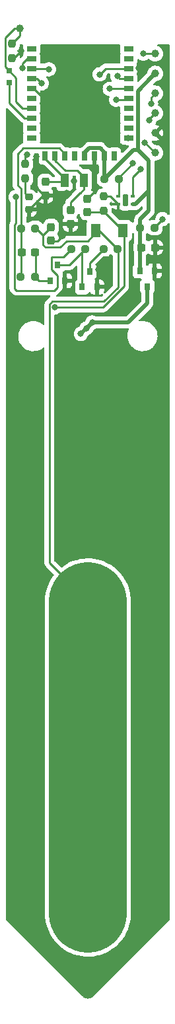
<source format=gbr>
G04 #@! TF.GenerationSoftware,KiCad,Pcbnew,(6.0.0)*
G04 #@! TF.CreationDate,2022-04-30T09:15:09+02:00*
G04 #@! TF.ProjectId,parasite,70617261-7369-4746-952e-6b696361645f,1.2.0*
G04 #@! TF.SameCoordinates,Original*
G04 #@! TF.FileFunction,Copper,L1,Top*
G04 #@! TF.FilePolarity,Positive*
%FSLAX46Y46*%
G04 Gerber Fmt 4.6, Leading zero omitted, Abs format (unit mm)*
G04 Created by KiCad (PCBNEW (6.0.0)) date 2022-04-30 09:15:09*
%MOMM*%
%LPD*%
G01*
G04 APERTURE LIST*
G04 Aperture macros list*
%AMRoundRect*
0 Rectangle with rounded corners*
0 $1 Rounding radius*
0 $2 $3 $4 $5 $6 $7 $8 $9 X,Y pos of 4 corners*
0 Add a 4 corners polygon primitive as box body*
4,1,4,$2,$3,$4,$5,$6,$7,$8,$9,$2,$3,0*
0 Add four circle primitives for the rounded corners*
1,1,$1+$1,$2,$3*
1,1,$1+$1,$4,$5*
1,1,$1+$1,$6,$7*
1,1,$1+$1,$8,$9*
0 Add four rect primitives between the rounded corners*
20,1,$1+$1,$2,$3,$4,$5,0*
20,1,$1+$1,$4,$5,$6,$7,0*
20,1,$1+$1,$6,$7,$8,$9,0*
20,1,$1+$1,$8,$9,$2,$3,0*%
G04 Aperture macros list end*
G04 #@! TA.AperFunction,SMDPad,CuDef*
%ADD10RoundRect,0.237500X0.237500X-0.300000X0.237500X0.300000X-0.237500X0.300000X-0.237500X-0.300000X0*%
G04 #@! TD*
G04 #@! TA.AperFunction,SMDPad,CuDef*
%ADD11RoundRect,0.237500X0.300000X0.237500X-0.300000X0.237500X-0.300000X-0.237500X0.300000X-0.237500X0*%
G04 #@! TD*
G04 #@! TA.AperFunction,SMDPad,CuDef*
%ADD12RoundRect,0.237500X-0.237500X0.300000X-0.237500X-0.300000X0.237500X-0.300000X0.237500X0.300000X0*%
G04 #@! TD*
G04 #@! TA.AperFunction,SMDPad,CuDef*
%ADD13RoundRect,0.237500X-0.300000X-0.237500X0.300000X-0.237500X0.300000X0.237500X-0.300000X0.237500X0*%
G04 #@! TD*
G04 #@! TA.AperFunction,SMDPad,CuDef*
%ADD14RoundRect,0.237500X0.237500X-0.250000X0.237500X0.250000X-0.237500X0.250000X-0.237500X-0.250000X0*%
G04 #@! TD*
G04 #@! TA.AperFunction,SMDPad,CuDef*
%ADD15RoundRect,0.237500X0.250000X0.237500X-0.250000X0.237500X-0.250000X-0.237500X0.250000X-0.237500X0*%
G04 #@! TD*
G04 #@! TA.AperFunction,SMDPad,CuDef*
%ADD16R,0.800000X0.900000*%
G04 #@! TD*
G04 #@! TA.AperFunction,SMDPad,CuDef*
%ADD17RoundRect,0.237500X-0.250000X-0.237500X0.250000X-0.237500X0.250000X0.237500X-0.250000X0.237500X0*%
G04 #@! TD*
G04 #@! TA.AperFunction,SMDPad,CuDef*
%ADD18C,1.000000*%
G04 #@! TD*
G04 #@! TA.AperFunction,SMDPad,CuDef*
%ADD19RoundRect,0.237500X-0.237500X0.250000X-0.237500X-0.250000X0.237500X-0.250000X0.237500X0.250000X0*%
G04 #@! TD*
G04 #@! TA.AperFunction,SMDPad,CuDef*
%ADD20R,1.000000X1.800000*%
G04 #@! TD*
G04 #@! TA.AperFunction,SMDPad,CuDef*
%ADD21RoundRect,0.218750X0.256250X-0.218750X0.256250X0.218750X-0.256250X0.218750X-0.256250X-0.218750X0*%
G04 #@! TD*
G04 #@! TA.AperFunction,SMDPad,CuDef*
%ADD22RoundRect,0.087500X0.187500X0.087500X-0.187500X0.087500X-0.187500X-0.087500X0.187500X-0.087500X0*%
G04 #@! TD*
G04 #@! TA.AperFunction,SMDPad,CuDef*
%ADD23RoundRect,0.175000X0.175000X0.625000X-0.175000X0.625000X-0.175000X-0.625000X0.175000X-0.625000X0*%
G04 #@! TD*
G04 #@! TA.AperFunction,SMDPad,CuDef*
%ADD24R,1.300000X1.700000*%
G04 #@! TD*
G04 #@! TA.AperFunction,SMDPad,CuDef*
%ADD25R,1.200000X0.650000*%
G04 #@! TD*
G04 #@! TA.AperFunction,SMDPad,CuDef*
%ADD26R,0.650000X1.200000*%
G04 #@! TD*
G04 #@! TA.AperFunction,SMDPad,CuDef*
%ADD27R,0.800000X0.800000*%
G04 #@! TD*
G04 #@! TA.AperFunction,ViaPad*
%ADD28C,0.800000*%
G04 #@! TD*
G04 #@! TA.AperFunction,Conductor*
%ADD29C,0.250000*%
G04 #@! TD*
G04 #@! TA.AperFunction,Conductor*
%ADD30C,10.000000*%
G04 #@! TD*
G04 #@! TA.AperFunction,Conductor*
%ADD31C,0.500000*%
G04 #@! TD*
G04 APERTURE END LIST*
D10*
X63290000Y-55742500D03*
X63290000Y-54017500D03*
D11*
X61222500Y-57280000D03*
X59497500Y-57280000D03*
D10*
X65760000Y-53592500D03*
X65760000Y-51867500D03*
D12*
X62550000Y-48227500D03*
X62550000Y-49952500D03*
D13*
X74887500Y-56630000D03*
X76612500Y-56630000D03*
D10*
X67940000Y-52102500D03*
X67940000Y-50377500D03*
D14*
X70060000Y-51912500D03*
X70060000Y-50087500D03*
D15*
X71832500Y-56820000D03*
X70007500Y-56820000D03*
X61222500Y-60410000D03*
X59397500Y-60410000D03*
D16*
X63150000Y-60900000D03*
X65050000Y-60900000D03*
X64100000Y-58900000D03*
D17*
X65867500Y-56830000D03*
X67692500Y-56830000D03*
X59407500Y-54180000D03*
X61232500Y-54180000D03*
D18*
X76640000Y-36880000D03*
X76640000Y-39420000D03*
X76640000Y-44500000D03*
X76640000Y-41960000D03*
X76640000Y-34340000D03*
D19*
X59990000Y-45957500D03*
X59990000Y-47782500D03*
D16*
X76560000Y-59640000D03*
X74660000Y-59640000D03*
X75610000Y-61640000D03*
D20*
X65000000Y-48000000D03*
X67500000Y-48000000D03*
D21*
X60450000Y-51767500D03*
X60450000Y-50192500D03*
D15*
X71972500Y-47860000D03*
X70147500Y-47860000D03*
D17*
X74707500Y-54090000D03*
X76532500Y-54090000D03*
D16*
X67260000Y-61690000D03*
X69160000Y-61690000D03*
X68210000Y-59690000D03*
D22*
X73725000Y-51100000D03*
X73725000Y-50100000D03*
X71875000Y-50100000D03*
X71875000Y-51100000D03*
D23*
X72800000Y-50600000D03*
D24*
X72510000Y-54460000D03*
X69010000Y-54460000D03*
D18*
X76640000Y-31800000D03*
D25*
X60781000Y-31170000D03*
X60781000Y-32440000D03*
X60781000Y-33710000D03*
X60781000Y-34980000D03*
X60781000Y-36250000D03*
X60781000Y-37520000D03*
X60781000Y-38790000D03*
X60781000Y-40060000D03*
X60781000Y-41330000D03*
X60781000Y-42600000D03*
D26*
X62530000Y-44919000D03*
X63800000Y-44919000D03*
X65070000Y-44919000D03*
X66340000Y-44919000D03*
X67610000Y-44919000D03*
X68880000Y-44919000D03*
X70150000Y-44919000D03*
X71420000Y-44919000D03*
D25*
X73219000Y-42600000D03*
X73219000Y-41330000D03*
X73219000Y-40060000D03*
X73219000Y-38790000D03*
X73219000Y-37520000D03*
X73219000Y-36250000D03*
X73219000Y-34980000D03*
X73219000Y-33710000D03*
X73219000Y-32440000D03*
X73219000Y-31170000D03*
D18*
X59260000Y-28540000D03*
D14*
X58250000Y-32342500D03*
X58250000Y-30517500D03*
D27*
X57930000Y-35507500D03*
X57930000Y-34007500D03*
D28*
X63500000Y-38200000D03*
X68730000Y-46710000D03*
X66200000Y-48090000D03*
X60060000Y-63950000D03*
X69370000Y-59430000D03*
X65520000Y-62290000D03*
X74550000Y-33680000D03*
X69900000Y-37400000D03*
X69900000Y-38400000D03*
X69450000Y-32900000D03*
X64700000Y-38200000D03*
X62960000Y-52060000D03*
X72150000Y-52570000D03*
X63600000Y-41600000D03*
X62790000Y-31530000D03*
X61360000Y-44960000D03*
X68890000Y-48890000D03*
X64810000Y-55130000D03*
X59200000Y-43100000D03*
X67100000Y-38200000D03*
X63600000Y-42700000D03*
X59420000Y-31400000D03*
X65260000Y-49680000D03*
X65800000Y-38200000D03*
X59200000Y-42000000D03*
X67100000Y-67700000D03*
X68550000Y-66250000D03*
X67800000Y-67000000D03*
X63800000Y-64300000D03*
X75100000Y-31800000D03*
X63000000Y-33800000D03*
X62100000Y-35600000D03*
X60200000Y-44750000D03*
X59570000Y-33660000D03*
X58725500Y-50170000D03*
X71800000Y-34700000D03*
X76100000Y-38200000D03*
X75900000Y-40300000D03*
X69500000Y-34460000D03*
X73119000Y-42600000D03*
X75300000Y-43200000D03*
X71600000Y-37700000D03*
X74770000Y-46610000D03*
X77570000Y-52990000D03*
X73770000Y-45870000D03*
X70800000Y-36300000D03*
D29*
X62265480Y-55042020D02*
X63290000Y-54017500D01*
X61403460Y-54180000D02*
X62265480Y-55042020D01*
X61232500Y-54180000D02*
X61403460Y-54180000D01*
X69010000Y-54750000D02*
X69010000Y-54460000D01*
X65270000Y-55790000D02*
X67970000Y-55790000D01*
X67970000Y-55790000D02*
X69010000Y-54750000D01*
X64430480Y-56629520D02*
X65270000Y-55790000D01*
X62265480Y-56296635D02*
X62598365Y-56629520D01*
X62265480Y-55042020D02*
X62265480Y-56296635D01*
X62598365Y-56629520D02*
X64430480Y-56629520D01*
X64772500Y-48227500D02*
X65000000Y-48000000D01*
X62550000Y-48227500D02*
X64772500Y-48227500D01*
X70060000Y-50087500D02*
X70862500Y-50087500D01*
X62550000Y-50127500D02*
X61360000Y-48937500D01*
X63497000Y-38197000D02*
X63500000Y-38200000D01*
X63003000Y-38197000D02*
X63497000Y-38197000D01*
X71875000Y-52295000D02*
X72150000Y-52570000D01*
X67940000Y-50377500D02*
X68890000Y-49427500D01*
X71875000Y-51100000D02*
X71875000Y-52295000D01*
X64122500Y-55817500D02*
X64810000Y-55130000D01*
X58477500Y-32342500D02*
X59420000Y-31400000D01*
X64500000Y-38200000D02*
X65800000Y-38200000D01*
X63290000Y-55817500D02*
X64122500Y-55817500D01*
X68890000Y-49427500D02*
X68890000Y-48890000D01*
X60450000Y-51767500D02*
X62090000Y-50127500D01*
X70862500Y-50087500D02*
X71875000Y-51100000D01*
X62090000Y-50127500D02*
X62550000Y-50127500D01*
X61056000Y-36250000D02*
X63003000Y-38197000D01*
X61360000Y-48937500D02*
X61360000Y-44960000D01*
X60881000Y-36250000D02*
X61056000Y-36250000D01*
X58250000Y-32342500D02*
X58477500Y-32342500D01*
X69472500Y-54460000D02*
X71832500Y-56820000D01*
X71860000Y-61760000D02*
X71860000Y-56847500D01*
D30*
X68000000Y-102000000D02*
X68000000Y-142000000D01*
D29*
X69010000Y-54460000D02*
X69472500Y-54460000D01*
X70050000Y-63570000D02*
X71860000Y-61760000D01*
X63074999Y-63951999D02*
X63456998Y-63570000D01*
X63456998Y-63570000D02*
X70050000Y-63570000D01*
X68000000Y-102000000D02*
X63074999Y-97074999D01*
X71860000Y-56847500D02*
X71832500Y-56820000D01*
X63074999Y-97074999D02*
X63074999Y-63951999D01*
X59450000Y-49110000D02*
X59450000Y-54137500D01*
X59710000Y-43920000D02*
X58990000Y-44640000D01*
X58990000Y-48650000D02*
X59450000Y-49110000D01*
X59407500Y-57277500D02*
X59410000Y-57280000D01*
X59407500Y-54180000D02*
X59407500Y-57277500D01*
X58990000Y-44640000D02*
X58990000Y-48650000D01*
X59410000Y-57280000D02*
X59410000Y-60397500D01*
X64346000Y-43920000D02*
X59710000Y-43920000D01*
X59410000Y-60397500D02*
X59397500Y-60410000D01*
X65070000Y-44819000D02*
X65070000Y-44644000D01*
X65070000Y-44644000D02*
X64346000Y-43920000D01*
X59450000Y-54137500D02*
X59407500Y-54180000D01*
X61712500Y-60900000D02*
X61222500Y-60410000D01*
X63150000Y-60900000D02*
X61712500Y-60900000D01*
X61310000Y-57280000D02*
X61310000Y-60322500D01*
X61310000Y-60322500D02*
X61222500Y-60410000D01*
X70007500Y-56820000D02*
X68210000Y-58617500D01*
X68210000Y-58617500D02*
X68210000Y-59690000D01*
X67260000Y-57262500D02*
X67692500Y-56830000D01*
X67260000Y-61690000D02*
X67260000Y-57262500D01*
X64100000Y-58900000D02*
X65622500Y-58900000D01*
X65622500Y-58900000D02*
X67692500Y-56830000D01*
D31*
X67800000Y-67000000D02*
X67100000Y-67700000D01*
X68550000Y-66250000D02*
X67800000Y-67000000D01*
X75610000Y-63780000D02*
X73140000Y-66250000D01*
X73140000Y-66250000D02*
X68550000Y-66250000D01*
X75610000Y-61640000D02*
X75610000Y-63780000D01*
D29*
X72644520Y-54594520D02*
X72510000Y-54460000D01*
X69870000Y-52102500D02*
X70060000Y-51912500D01*
X70060000Y-52010000D02*
X72510000Y-54460000D01*
X62910000Y-33710000D02*
X63000000Y-33800000D01*
X67940000Y-52102500D02*
X69870000Y-52102500D01*
X72644520Y-61611198D02*
X72644520Y-54594520D01*
X70060000Y-51912500D02*
X70060000Y-52010000D01*
X63800000Y-64300000D02*
X69955718Y-64300000D01*
X75100000Y-31800000D02*
X76640000Y-31800000D01*
X69955718Y-64300000D02*
X72644520Y-61611198D01*
X60881000Y-33710000D02*
X62910000Y-33710000D01*
X59990000Y-49732500D02*
X60450000Y-50192500D01*
X59990000Y-47782500D02*
X59990000Y-49732500D01*
D31*
X70150000Y-44819000D02*
X70150000Y-47857500D01*
X70150000Y-44819000D02*
X70150000Y-44453998D01*
X74707500Y-53032500D02*
X74707500Y-54090000D01*
X74707500Y-54090000D02*
X74707500Y-56625000D01*
X74400000Y-44141998D02*
X75793897Y-45535895D01*
X74660000Y-56682500D02*
X74660000Y-59640000D01*
X74400000Y-44141998D02*
X74400000Y-36580000D01*
X75793897Y-51946103D02*
X74707500Y-53032500D01*
X75793897Y-49356103D02*
X75793897Y-51946103D01*
X74050000Y-51100000D02*
X73725000Y-51100000D01*
X70150000Y-44453998D02*
X69565001Y-43868999D01*
X68194999Y-43868999D02*
X67610000Y-44453998D01*
X69565001Y-43868999D02*
X68194999Y-43868999D01*
X70150000Y-47857500D02*
X70147500Y-47860000D01*
X74400000Y-36580000D02*
X76140001Y-34839999D01*
X76140001Y-34839999D02*
X76640000Y-34340000D01*
X75793897Y-45535895D02*
X75793897Y-49356103D01*
X70147500Y-47860000D02*
X73865502Y-44141998D01*
X73865502Y-44141998D02*
X74400000Y-44141998D01*
X67610000Y-44453998D02*
X67610000Y-44819000D01*
X74712500Y-56630000D02*
X74660000Y-56682500D01*
X75793897Y-49356103D02*
X74050000Y-51100000D01*
D29*
X61480000Y-34980000D02*
X62100000Y-35600000D01*
X59990000Y-44960000D02*
X59990000Y-45957500D01*
X60200000Y-44750000D02*
X59990000Y-44960000D01*
X60881000Y-34980000D02*
X61480000Y-34980000D01*
X58585480Y-53719704D02*
X58585480Y-61895480D01*
X63680000Y-62150000D02*
X64080000Y-61750000D01*
X64080000Y-60210000D02*
X63360000Y-59490000D01*
X63360000Y-59490000D02*
X63360000Y-57840000D01*
X64080000Y-61750000D02*
X64080000Y-60210000D01*
X60210000Y-32440000D02*
X60881000Y-32440000D01*
X59570000Y-33660000D02*
X59570000Y-33080000D01*
X59570000Y-33080000D02*
X60210000Y-32440000D01*
X63360000Y-57840000D02*
X64857500Y-57840000D01*
X58740000Y-50184500D02*
X58740000Y-53565184D01*
X58740000Y-53565184D02*
X58585480Y-53719704D01*
X64857500Y-57840000D02*
X65867500Y-56830000D01*
X58840000Y-62150000D02*
X63680000Y-62150000D01*
X58725500Y-50170000D02*
X58740000Y-50184500D01*
X58585480Y-61895480D02*
X58840000Y-62150000D01*
X76100000Y-37420000D02*
X76640000Y-36880000D01*
X76100000Y-38200000D02*
X76100000Y-37420000D01*
X73119000Y-34980000D02*
X72080000Y-34980000D01*
X72080000Y-34980000D02*
X71800000Y-34700000D01*
X70250000Y-33710000D02*
X73119000Y-33710000D01*
X75900000Y-40300000D02*
X75900000Y-40160000D01*
X75900000Y-40160000D02*
X76640000Y-39420000D01*
X69500000Y-34460000D02*
X70250000Y-33710000D01*
X76640000Y-44500000D02*
X76600000Y-44500000D01*
X76600000Y-44500000D02*
X75300000Y-43200000D01*
X76532500Y-54090000D02*
X76532500Y-54027500D01*
X71600000Y-37700000D02*
X72939000Y-37700000D01*
X73725000Y-50100000D02*
X73725000Y-47655000D01*
X76532500Y-54027500D02*
X77570000Y-52990000D01*
X73725000Y-47655000D02*
X74770000Y-46610000D01*
X72939000Y-37700000D02*
X73119000Y-37520000D01*
X70800000Y-36300000D02*
X73069000Y-36300000D01*
X71972500Y-47667500D02*
X73770000Y-45870000D01*
X73069000Y-36300000D02*
X73119000Y-36250000D01*
X71972500Y-50002500D02*
X71875000Y-50100000D01*
X71972500Y-47860000D02*
X71972500Y-47667500D01*
X71972500Y-47860000D02*
X71972500Y-50002500D01*
X62530000Y-44819000D02*
X62530000Y-45270000D01*
X65000000Y-47740000D02*
X65000000Y-48000000D01*
X62530000Y-45270000D02*
X65000000Y-47740000D01*
X65760000Y-51692500D02*
X65760000Y-50870000D01*
X66674999Y-46774999D02*
X67500000Y-47600000D01*
X67500000Y-47600000D02*
X67500000Y-48000000D01*
X67020000Y-49630000D02*
X67500000Y-49150000D01*
X65094999Y-46774999D02*
X66674999Y-46774999D01*
X63800000Y-44819000D02*
X63800000Y-45480000D01*
X63800000Y-45480000D02*
X65094999Y-46774999D01*
X67500000Y-49150000D02*
X67500000Y-48000000D01*
X67000000Y-49630000D02*
X67020000Y-49630000D01*
X65760000Y-50870000D02*
X67000000Y-49630000D01*
X60881000Y-38790000D02*
X59590000Y-38790000D01*
X57390000Y-33467500D02*
X57390000Y-29750000D01*
X58600000Y-28540000D02*
X59260000Y-28540000D01*
X59590000Y-38790000D02*
X58800000Y-38000000D01*
X57390000Y-29750000D02*
X58600000Y-28540000D01*
X58800000Y-38000000D02*
X58800000Y-34877500D01*
X58800000Y-34877500D02*
X57930000Y-34007500D01*
X57930000Y-34007500D02*
X57390000Y-33467500D01*
X59260000Y-28540000D02*
X59260000Y-29507500D01*
X59260000Y-29507500D02*
X58250000Y-30517500D01*
X57930000Y-38130000D02*
X57930000Y-35507500D01*
X60881000Y-40060000D02*
X59860000Y-40060000D01*
X59860000Y-40060000D02*
X57930000Y-38130000D01*
G04 #@! TA.AperFunction,Conductor*
G36*
X57716512Y-38812870D02*
G01*
X57723095Y-38818999D01*
X59356343Y-40452247D01*
X59363887Y-40460537D01*
X59368000Y-40467018D01*
X59373777Y-40472443D01*
X59417667Y-40513658D01*
X59420509Y-40516413D01*
X59440230Y-40536134D01*
X59443425Y-40538612D01*
X59452447Y-40546318D01*
X59484679Y-40576586D01*
X59491628Y-40580406D01*
X59502432Y-40586346D01*
X59518956Y-40597199D01*
X59534959Y-40609613D01*
X59575543Y-40627176D01*
X59586173Y-40632383D01*
X59624940Y-40653695D01*
X59632612Y-40655665D01*
X59636227Y-40657096D01*
X59692201Y-40700771D01*
X59715676Y-40767774D01*
X59707824Y-40818476D01*
X59679255Y-40894684D01*
X59672500Y-40956866D01*
X59672500Y-41703134D01*
X59679255Y-41765316D01*
X59682029Y-41772715D01*
X59718839Y-41870905D01*
X59730385Y-41901705D01*
X59733727Y-41906164D01*
X59748530Y-41973848D01*
X59733933Y-42023561D01*
X59730385Y-42028295D01*
X59679255Y-42164684D01*
X59672500Y-42226866D01*
X59672500Y-42973134D01*
X59679255Y-43035316D01*
X59708835Y-43114221D01*
X59711440Y-43121169D01*
X59716623Y-43191976D01*
X59682702Y-43254345D01*
X59620447Y-43288475D01*
X59617100Y-43289106D01*
X59610111Y-43289326D01*
X59602501Y-43291537D01*
X59602495Y-43291538D01*
X59590659Y-43294977D01*
X59571296Y-43298988D01*
X59551203Y-43301526D01*
X59543836Y-43304443D01*
X59543831Y-43304444D01*
X59510092Y-43317802D01*
X59498865Y-43321646D01*
X59456407Y-43333982D01*
X59449581Y-43338019D01*
X59438972Y-43344293D01*
X59421224Y-43352988D01*
X59402383Y-43360448D01*
X59395967Y-43365110D01*
X59395966Y-43365110D01*
X59366613Y-43386436D01*
X59356693Y-43392952D01*
X59325465Y-43411420D01*
X59325462Y-43411422D01*
X59318638Y-43415458D01*
X59304317Y-43429779D01*
X59289284Y-43442619D01*
X59272893Y-43454528D01*
X59250766Y-43481275D01*
X59244712Y-43488593D01*
X59236722Y-43497374D01*
X58597742Y-44136353D01*
X58589463Y-44143887D01*
X58582982Y-44148000D01*
X58536357Y-44197651D01*
X58533602Y-44200493D01*
X58513865Y-44220230D01*
X58511385Y-44223427D01*
X58503682Y-44232447D01*
X58473414Y-44264679D01*
X58469595Y-44271625D01*
X58469593Y-44271628D01*
X58463652Y-44282434D01*
X58452801Y-44298953D01*
X58440386Y-44314959D01*
X58437241Y-44322228D01*
X58437238Y-44322232D01*
X58422826Y-44355537D01*
X58417609Y-44366187D01*
X58396305Y-44404940D01*
X58394334Y-44412615D01*
X58394334Y-44412616D01*
X58391267Y-44424562D01*
X58384863Y-44443266D01*
X58380808Y-44452638D01*
X58376819Y-44461855D01*
X58375580Y-44469678D01*
X58375577Y-44469688D01*
X58369901Y-44505524D01*
X58367495Y-44517144D01*
X58356500Y-44559970D01*
X58356500Y-44580224D01*
X58354949Y-44599934D01*
X58351780Y-44619943D01*
X58352526Y-44627835D01*
X58355941Y-44663961D01*
X58356500Y-44675819D01*
X58356500Y-48571233D01*
X58355973Y-48582416D01*
X58354298Y-48589909D01*
X58354547Y-48597835D01*
X58354547Y-48597836D01*
X58356438Y-48657986D01*
X58356500Y-48661945D01*
X58356500Y-48689856D01*
X58356997Y-48693790D01*
X58356997Y-48693791D01*
X58357005Y-48693856D01*
X58357938Y-48705693D01*
X58359327Y-48749889D01*
X58364978Y-48769339D01*
X58368987Y-48788700D01*
X58371526Y-48808797D01*
X58374445Y-48816168D01*
X58374445Y-48816170D01*
X58387804Y-48849912D01*
X58391649Y-48861142D01*
X58403982Y-48903593D01*
X58408015Y-48910412D01*
X58408017Y-48910417D01*
X58414293Y-48921028D01*
X58422988Y-48938776D01*
X58430448Y-48957617D01*
X58435110Y-48964033D01*
X58435110Y-48964034D01*
X58456436Y-48993387D01*
X58462952Y-49003307D01*
X58485458Y-49041362D01*
X58499779Y-49055683D01*
X58512620Y-49070717D01*
X58519868Y-49080694D01*
X58519871Y-49080697D01*
X58524528Y-49087107D01*
X58527481Y-49089550D01*
X58558709Y-49151276D01*
X58551422Y-49221897D01*
X58507110Y-49277368D01*
X58461005Y-49297424D01*
X58443212Y-49301206D01*
X58437182Y-49303891D01*
X58437181Y-49303891D01*
X58274778Y-49376197D01*
X58274776Y-49376198D01*
X58268748Y-49378882D01*
X58263407Y-49382762D01*
X58263406Y-49382763D01*
X58241098Y-49398971D01*
X58114247Y-49491134D01*
X58109826Y-49496044D01*
X58109825Y-49496045D01*
X58010611Y-49606234D01*
X57986460Y-49633056D01*
X57890973Y-49798444D01*
X57831958Y-49980072D01*
X57811996Y-50170000D01*
X57812686Y-50176565D01*
X57816135Y-50209376D01*
X57831958Y-50359928D01*
X57890973Y-50541556D01*
X57894276Y-50547278D01*
X57894277Y-50547279D01*
X57910727Y-50575771D01*
X57986460Y-50706944D01*
X57990878Y-50711851D01*
X57990879Y-50711852D01*
X58074136Y-50804318D01*
X58104853Y-50868325D01*
X58106500Y-50888628D01*
X58106500Y-53254450D01*
X58086498Y-53322571D01*
X58078833Y-53332394D01*
X58074321Y-53338603D01*
X58068894Y-53344383D01*
X58065075Y-53351329D01*
X58065073Y-53351332D01*
X58059132Y-53362138D01*
X58048281Y-53378657D01*
X58035866Y-53394663D01*
X58032721Y-53401932D01*
X58032718Y-53401936D01*
X58018306Y-53435241D01*
X58013089Y-53445891D01*
X57991785Y-53484644D01*
X57989814Y-53492319D01*
X57989814Y-53492320D01*
X57986747Y-53504266D01*
X57980343Y-53522970D01*
X57972299Y-53541559D01*
X57971060Y-53549382D01*
X57971057Y-53549392D01*
X57965381Y-53585228D01*
X57962975Y-53596848D01*
X57951980Y-53639674D01*
X57951980Y-53659928D01*
X57950429Y-53679638D01*
X57947260Y-53699647D01*
X57948006Y-53707539D01*
X57951421Y-53743665D01*
X57951980Y-53755523D01*
X57951980Y-61816713D01*
X57951453Y-61827896D01*
X57949778Y-61835389D01*
X57950027Y-61843315D01*
X57950027Y-61843316D01*
X57951918Y-61903466D01*
X57951980Y-61907425D01*
X57951980Y-61935336D01*
X57952477Y-61939270D01*
X57952477Y-61939271D01*
X57952485Y-61939336D01*
X57953418Y-61951173D01*
X57954807Y-61995369D01*
X57960458Y-62014819D01*
X57964467Y-62034180D01*
X57967006Y-62054277D01*
X57969925Y-62061648D01*
X57969925Y-62061650D01*
X57983284Y-62095392D01*
X57987129Y-62106622D01*
X57994241Y-62131101D01*
X57999462Y-62149073D01*
X58003495Y-62155892D01*
X58003497Y-62155897D01*
X58009773Y-62166508D01*
X58018468Y-62184256D01*
X58025928Y-62203097D01*
X58030590Y-62209513D01*
X58030590Y-62209514D01*
X58051916Y-62238867D01*
X58058432Y-62248787D01*
X58080938Y-62286842D01*
X58095259Y-62301163D01*
X58108099Y-62316196D01*
X58120008Y-62332587D01*
X58126114Y-62337638D01*
X58154085Y-62360778D01*
X58162864Y-62368768D01*
X58336343Y-62542247D01*
X58343887Y-62550537D01*
X58348000Y-62557018D01*
X58353777Y-62562443D01*
X58397667Y-62603658D01*
X58400509Y-62606413D01*
X58420231Y-62626135D01*
X58423355Y-62628558D01*
X58423359Y-62628562D01*
X58423424Y-62628612D01*
X58432445Y-62636317D01*
X58464679Y-62666586D01*
X58471627Y-62670405D01*
X58471629Y-62670407D01*
X58482432Y-62676346D01*
X58498959Y-62687202D01*
X58508698Y-62694757D01*
X58508700Y-62694758D01*
X58514960Y-62699614D01*
X58555540Y-62717174D01*
X58566188Y-62722391D01*
X58590976Y-62736018D01*
X58604940Y-62743695D01*
X58612616Y-62745666D01*
X58612619Y-62745667D01*
X58624562Y-62748733D01*
X58643267Y-62755137D01*
X58661855Y-62763181D01*
X58669678Y-62764420D01*
X58669688Y-62764423D01*
X58705524Y-62770099D01*
X58717144Y-62772505D01*
X58748959Y-62780673D01*
X58759970Y-62783500D01*
X58780224Y-62783500D01*
X58799934Y-62785051D01*
X58819943Y-62788220D01*
X58827835Y-62787474D01*
X58863961Y-62784059D01*
X58875819Y-62783500D01*
X63073961Y-62783500D01*
X63142082Y-62803502D01*
X63188575Y-62857158D01*
X63198679Y-62927432D01*
X63169185Y-62992012D01*
X63148020Y-63011437D01*
X63113623Y-63036427D01*
X63103705Y-63042943D01*
X63085017Y-63053995D01*
X63065635Y-63065458D01*
X63051311Y-63079782D01*
X63036279Y-63092621D01*
X63019891Y-63104528D01*
X62991710Y-63138593D01*
X62983720Y-63147373D01*
X62682746Y-63448347D01*
X62674460Y-63455887D01*
X62667981Y-63459999D01*
X62662556Y-63465776D01*
X62621356Y-63509650D01*
X62618601Y-63512492D01*
X62598864Y-63532229D01*
X62596384Y-63535426D01*
X62588681Y-63544446D01*
X62558413Y-63576678D01*
X62554594Y-63583624D01*
X62554592Y-63583627D01*
X62548651Y-63594433D01*
X62537800Y-63610952D01*
X62525385Y-63626958D01*
X62522240Y-63634227D01*
X62522237Y-63634231D01*
X62507825Y-63667536D01*
X62502608Y-63678186D01*
X62481304Y-63716939D01*
X62479333Y-63724614D01*
X62479333Y-63724615D01*
X62476266Y-63736561D01*
X62469862Y-63755265D01*
X62461818Y-63773854D01*
X62460579Y-63781677D01*
X62460576Y-63781687D01*
X62454900Y-63817523D01*
X62452494Y-63829143D01*
X62441499Y-63871969D01*
X62441499Y-63892223D01*
X62439948Y-63911933D01*
X62436779Y-63931942D01*
X62437525Y-63939834D01*
X62440940Y-63975960D01*
X62441499Y-63987818D01*
X62441499Y-66427284D01*
X62421497Y-66495405D01*
X62367841Y-66541898D01*
X62297567Y-66552002D01*
X62239057Y-66527447D01*
X62061575Y-66391998D01*
X62058035Y-66389296D01*
X61996447Y-66354805D01*
X61824420Y-66258465D01*
X61824419Y-66258465D01*
X61820529Y-66256286D01*
X61752313Y-66229895D01*
X61570807Y-66159675D01*
X61570801Y-66159673D01*
X61566652Y-66158068D01*
X61562320Y-66157064D01*
X61562317Y-66157063D01*
X61444838Y-66129833D01*
X61301469Y-66096602D01*
X61030270Y-66073114D01*
X61025835Y-66073358D01*
X61025831Y-66073358D01*
X60762910Y-66087827D01*
X60762903Y-66087828D01*
X60758467Y-66088072D01*
X60491484Y-66141178D01*
X60234647Y-66231373D01*
X60230696Y-66233426D01*
X60230690Y-66233428D01*
X60098304Y-66302198D01*
X59993080Y-66356857D01*
X59989465Y-66359440D01*
X59989459Y-66359444D01*
X59775226Y-66512537D01*
X59775222Y-66512540D01*
X59771605Y-66515125D01*
X59768385Y-66518197D01*
X59646228Y-66634729D01*
X59574639Y-66703021D01*
X59406113Y-66916796D01*
X59269390Y-67152183D01*
X59267722Y-67156300D01*
X59267719Y-67156307D01*
X59243867Y-67215196D01*
X59167196Y-67404486D01*
X59151743Y-67466697D01*
X59110828Y-67631410D01*
X59101572Y-67668671D01*
X59101118Y-67673099D01*
X59101118Y-67673101D01*
X59074281Y-67935036D01*
X59073827Y-67939468D01*
X59074002Y-67943920D01*
X59076205Y-68000000D01*
X59079017Y-68071556D01*
X59084514Y-68211472D01*
X59133420Y-68479256D01*
X59219570Y-68737478D01*
X59221562Y-68741465D01*
X59221563Y-68741467D01*
X59303542Y-68905533D01*
X59341243Y-68980986D01*
X59496014Y-69204920D01*
X59680793Y-69404813D01*
X59684247Y-69407625D01*
X59888437Y-69573862D01*
X59888441Y-69573865D01*
X59891894Y-69576676D01*
X59895716Y-69578977D01*
X60053484Y-69673961D01*
X60125104Y-69717080D01*
X60221741Y-69758001D01*
X60371668Y-69821487D01*
X60371673Y-69821489D01*
X60375771Y-69823224D01*
X60380068Y-69824363D01*
X60380073Y-69824365D01*
X60507332Y-69858106D01*
X60638893Y-69892989D01*
X60909220Y-69924985D01*
X61181358Y-69918571D01*
X61341909Y-69891848D01*
X61445481Y-69874609D01*
X61445483Y-69874609D01*
X61449878Y-69873877D01*
X61709422Y-69791795D01*
X61954810Y-69673961D01*
X62108090Y-69571543D01*
X62177446Y-69525201D01*
X62177450Y-69525198D01*
X62181148Y-69522727D01*
X62231436Y-69477685D01*
X62295522Y-69447137D01*
X62365952Y-69456085D01*
X62420364Y-69501691D01*
X62441499Y-69571543D01*
X62441499Y-96996232D01*
X62440972Y-97007415D01*
X62439297Y-97014908D01*
X62439546Y-97022834D01*
X62439546Y-97022835D01*
X62441437Y-97082985D01*
X62441499Y-97086944D01*
X62441499Y-97114855D01*
X62441996Y-97118789D01*
X62441996Y-97118790D01*
X62442004Y-97118855D01*
X62442937Y-97130692D01*
X62444326Y-97174888D01*
X62449977Y-97194338D01*
X62453986Y-97213699D01*
X62455285Y-97223977D01*
X62456525Y-97233796D01*
X62459444Y-97241167D01*
X62459444Y-97241169D01*
X62472803Y-97274911D01*
X62476648Y-97286141D01*
X62488981Y-97328592D01*
X62493014Y-97335411D01*
X62493016Y-97335416D01*
X62499292Y-97346027D01*
X62507987Y-97363775D01*
X62515447Y-97382616D01*
X62520109Y-97389032D01*
X62520109Y-97389033D01*
X62541435Y-97418386D01*
X62547951Y-97428306D01*
X62570457Y-97466361D01*
X62584778Y-97480682D01*
X62597618Y-97495715D01*
X62609527Y-97512106D01*
X62615633Y-97517157D01*
X62643604Y-97540297D01*
X62652383Y-97548287D01*
X63603319Y-98499223D01*
X63637345Y-98561535D01*
X63632280Y-98632350D01*
X63612970Y-98666582D01*
X63539511Y-98759265D01*
X63538056Y-98761455D01*
X63538048Y-98761466D01*
X63412024Y-98951148D01*
X63283977Y-99143875D01*
X63061522Y-99548518D01*
X62873707Y-99970357D01*
X62721850Y-100406432D01*
X62607015Y-100853686D01*
X62606573Y-100856301D01*
X62606571Y-100856309D01*
X62568647Y-101080526D01*
X62530007Y-101308979D01*
X62491500Y-101767548D01*
X62491500Y-142118530D01*
X62505869Y-142461355D01*
X62563742Y-142919474D01*
X62564289Y-142922047D01*
X62654295Y-143345489D01*
X62659748Y-143371144D01*
X62793211Y-143813196D01*
X62963196Y-144242529D01*
X63168511Y-144656133D01*
X63407715Y-145051107D01*
X63679131Y-145424678D01*
X63980855Y-145774229D01*
X64310770Y-146097305D01*
X64666562Y-146391642D01*
X65045736Y-146655175D01*
X65445632Y-146886055D01*
X65863445Y-147082663D01*
X65865912Y-147083580D01*
X65865918Y-147083583D01*
X66020143Y-147140938D01*
X66296245Y-147243620D01*
X66298768Y-147244324D01*
X66298779Y-147244328D01*
X66738458Y-147367088D01*
X66738466Y-147367090D01*
X66740995Y-147367796D01*
X67194576Y-147454321D01*
X67653806Y-147502588D01*
X67936807Y-147508516D01*
X68112826Y-147512204D01*
X68112833Y-147512204D01*
X68115465Y-147512259D01*
X68576314Y-147483265D01*
X68578932Y-147482878D01*
X68578936Y-147482878D01*
X69030501Y-147416196D01*
X69030504Y-147416196D01*
X69033121Y-147415809D01*
X69035693Y-147415206D01*
X69035697Y-147415205D01*
X69161498Y-147385699D01*
X69482681Y-147310366D01*
X69485192Y-147309550D01*
X69485196Y-147309549D01*
X69919330Y-147168490D01*
X69919333Y-147168489D01*
X69921841Y-147167674D01*
X70347520Y-146988735D01*
X70349853Y-146987515D01*
X70349858Y-146987513D01*
X70754401Y-146776023D01*
X70754407Y-146776019D01*
X70756734Y-146774803D01*
X70822462Y-146733091D01*
X71144374Y-146528800D01*
X71144380Y-146528796D01*
X71146611Y-146527380D01*
X71514417Y-146248200D01*
X71857571Y-145939222D01*
X72173668Y-145602614D01*
X72460489Y-145240735D01*
X72585061Y-145053239D01*
X72714567Y-144858317D01*
X72714571Y-144858311D01*
X72716023Y-144856125D01*
X72938478Y-144451482D01*
X73126293Y-144029643D01*
X73278150Y-143593568D01*
X73331253Y-143386747D01*
X73392323Y-143148891D01*
X73392985Y-143146314D01*
X73400130Y-143104075D01*
X73469551Y-142693634D01*
X73469993Y-142691021D01*
X73508500Y-142232452D01*
X73508500Y-101881470D01*
X73494131Y-101538645D01*
X73436258Y-101080526D01*
X73388599Y-100856309D01*
X73340798Y-100631423D01*
X73340796Y-100631415D01*
X73340252Y-100628856D01*
X73206789Y-100186804D01*
X73036804Y-99757471D01*
X72831489Y-99343867D01*
X72592285Y-98948893D01*
X72320869Y-98575322D01*
X72019145Y-98225771D01*
X71689230Y-97902695D01*
X71333438Y-97608358D01*
X70954264Y-97344825D01*
X70554368Y-97113945D01*
X70136555Y-96917337D01*
X70134088Y-96916420D01*
X70134082Y-96916417D01*
X69905773Y-96831510D01*
X69703755Y-96756380D01*
X69701232Y-96755676D01*
X69701221Y-96755672D01*
X69261542Y-96632912D01*
X69261534Y-96632910D01*
X69259005Y-96632204D01*
X68805424Y-96545679D01*
X68346194Y-96497412D01*
X68063193Y-96491484D01*
X67887174Y-96487796D01*
X67887167Y-96487796D01*
X67884535Y-96487741D01*
X67423686Y-96516735D01*
X67421068Y-96517122D01*
X67421064Y-96517122D01*
X66969499Y-96583804D01*
X66969496Y-96583804D01*
X66966879Y-96584191D01*
X66964307Y-96584794D01*
X66964303Y-96584795D01*
X66838502Y-96614301D01*
X66517319Y-96689634D01*
X66514808Y-96690450D01*
X66514804Y-96690451D01*
X66080670Y-96831510D01*
X66078159Y-96832326D01*
X65652480Y-97011265D01*
X65650147Y-97012485D01*
X65650142Y-97012487D01*
X65245599Y-97223977D01*
X65245593Y-97223981D01*
X65243266Y-97225197D01*
X65241038Y-97226611D01*
X64855632Y-97471196D01*
X64855623Y-97471202D01*
X64853389Y-97472620D01*
X64665298Y-97615389D01*
X64598946Y-97640641D01*
X64529473Y-97626013D01*
X64500025Y-97604120D01*
X63745404Y-96849499D01*
X63711378Y-96787187D01*
X63708499Y-96760404D01*
X63708499Y-65334500D01*
X63728501Y-65266379D01*
X63782157Y-65219886D01*
X63834499Y-65208500D01*
X63895487Y-65208500D01*
X63901939Y-65207128D01*
X63901944Y-65207128D01*
X63988888Y-65188647D01*
X64082288Y-65168794D01*
X64088319Y-65166109D01*
X64250722Y-65093803D01*
X64250724Y-65093802D01*
X64256752Y-65091118D01*
X64411253Y-64978866D01*
X64415668Y-64973963D01*
X64420580Y-64969540D01*
X64421705Y-64970789D01*
X64475014Y-64937949D01*
X64508200Y-64933500D01*
X69876951Y-64933500D01*
X69888134Y-64934027D01*
X69895627Y-64935702D01*
X69903553Y-64935453D01*
X69903554Y-64935453D01*
X69963704Y-64933562D01*
X69967663Y-64933500D01*
X69995574Y-64933500D01*
X69999509Y-64933003D01*
X69999574Y-64932995D01*
X70011411Y-64932062D01*
X70043669Y-64931048D01*
X70047688Y-64930922D01*
X70055607Y-64930673D01*
X70075061Y-64925021D01*
X70094418Y-64921013D01*
X70106648Y-64919468D01*
X70106649Y-64919468D01*
X70114515Y-64918474D01*
X70121886Y-64915555D01*
X70121888Y-64915555D01*
X70155630Y-64902196D01*
X70166860Y-64898351D01*
X70201701Y-64888229D01*
X70201702Y-64888229D01*
X70209311Y-64886018D01*
X70216130Y-64881985D01*
X70216135Y-64881983D01*
X70226746Y-64875707D01*
X70244494Y-64867012D01*
X70263335Y-64859552D01*
X70299105Y-64833564D01*
X70309025Y-64827048D01*
X70340253Y-64808580D01*
X70340256Y-64808578D01*
X70347080Y-64804542D01*
X70361401Y-64790221D01*
X70376435Y-64777380D01*
X70386412Y-64770131D01*
X70392825Y-64765472D01*
X70421016Y-64731395D01*
X70429006Y-64722616D01*
X73036767Y-62114855D01*
X73045057Y-62107311D01*
X73051538Y-62103198D01*
X73098179Y-62053530D01*
X73100933Y-62050689D01*
X73120654Y-62030968D01*
X73123132Y-62027773D01*
X73130838Y-62018751D01*
X73155678Y-61992299D01*
X73161106Y-61986519D01*
X73170866Y-61968766D01*
X73181719Y-61952243D01*
X73182876Y-61950751D01*
X73194133Y-61936239D01*
X73211696Y-61895655D01*
X73216903Y-61885025D01*
X73238215Y-61846258D01*
X73240186Y-61838581D01*
X73240188Y-61838576D01*
X73243252Y-61826640D01*
X73249658Y-61807928D01*
X73251651Y-61803324D01*
X73257701Y-61789343D01*
X73258941Y-61781515D01*
X73258943Y-61781508D01*
X73264619Y-61745674D01*
X73267025Y-61734054D01*
X73276048Y-61698909D01*
X73276048Y-61698908D01*
X73278020Y-61691228D01*
X73278020Y-61670974D01*
X73279571Y-61651263D01*
X73281500Y-61639084D01*
X73282740Y-61631255D01*
X73278579Y-61587236D01*
X73278020Y-61575379D01*
X73278020Y-55896185D01*
X73298022Y-55828064D01*
X73351678Y-55781571D01*
X73359790Y-55778203D01*
X73398297Y-55763767D01*
X73406705Y-55760615D01*
X73523261Y-55673261D01*
X73610615Y-55556705D01*
X73661745Y-55420316D01*
X73668500Y-55358134D01*
X73668500Y-54897812D01*
X73688502Y-54829691D01*
X73742158Y-54783198D01*
X73812432Y-54773094D01*
X73877012Y-54802588D01*
X73883513Y-54808634D01*
X73884093Y-54809213D01*
X73912019Y-54837091D01*
X73946097Y-54899374D01*
X73949000Y-54926263D01*
X73949000Y-55970891D01*
X73930259Y-56037008D01*
X73919362Y-56054687D01*
X73906791Y-56075080D01*
X73852026Y-56240191D01*
X73841500Y-56342928D01*
X73841500Y-56917072D01*
X73841837Y-56920318D01*
X73841837Y-56920322D01*
X73851440Y-57012868D01*
X73852293Y-57021093D01*
X73854474Y-57027629D01*
X73854474Y-57027631D01*
X73895024Y-57149173D01*
X73901500Y-57189049D01*
X73901500Y-58778411D01*
X73881498Y-58846532D01*
X73876326Y-58853975D01*
X73809385Y-58943295D01*
X73758255Y-59079684D01*
X73751500Y-59141866D01*
X73751500Y-60138134D01*
X73758255Y-60200316D01*
X73809385Y-60336705D01*
X73896739Y-60453261D01*
X74013295Y-60540615D01*
X74149684Y-60591745D01*
X74211866Y-60598500D01*
X74773059Y-60598500D01*
X74841180Y-60618502D01*
X74887673Y-60672158D01*
X74897777Y-60742432D01*
X74868283Y-60807012D01*
X74859995Y-60814734D01*
X74860269Y-60815008D01*
X74853919Y-60821358D01*
X74846739Y-60826739D01*
X74759385Y-60943295D01*
X74708255Y-61079684D01*
X74701500Y-61141866D01*
X74701500Y-62138134D01*
X74708255Y-62200316D01*
X74759385Y-62336705D01*
X74777427Y-62360778D01*
X74826326Y-62426024D01*
X74851174Y-62492530D01*
X74851500Y-62501589D01*
X74851500Y-63413629D01*
X74831498Y-63481750D01*
X74814595Y-63502724D01*
X72862724Y-65454595D01*
X72800412Y-65488621D01*
X72773629Y-65491500D01*
X69092587Y-65491500D01*
X69018528Y-65467437D01*
X69012098Y-65462765D01*
X69012091Y-65462761D01*
X69006752Y-65458882D01*
X69000724Y-65456198D01*
X69000722Y-65456197D01*
X68838319Y-65383891D01*
X68838318Y-65383891D01*
X68832288Y-65381206D01*
X68738888Y-65361353D01*
X68651944Y-65342872D01*
X68651939Y-65342872D01*
X68645487Y-65341500D01*
X68454513Y-65341500D01*
X68448061Y-65342872D01*
X68448056Y-65342872D01*
X68361112Y-65361353D01*
X68267712Y-65381206D01*
X68261682Y-65383891D01*
X68261681Y-65383891D01*
X68099278Y-65456197D01*
X68099276Y-65456198D01*
X68093248Y-65458882D01*
X68087907Y-65462762D01*
X68087906Y-65462763D01*
X68081473Y-65467437D01*
X67938747Y-65571134D01*
X67810960Y-65713056D01*
X67715473Y-65878444D01*
X67713431Y-65884729D01*
X67664404Y-66035618D01*
X67624331Y-66094224D01*
X67570768Y-66119929D01*
X67552539Y-66123803D01*
X67524170Y-66129833D01*
X67524167Y-66129834D01*
X67517712Y-66131206D01*
X67511682Y-66133891D01*
X67511681Y-66133891D01*
X67349278Y-66206197D01*
X67349276Y-66206198D01*
X67343248Y-66208882D01*
X67337907Y-66212762D01*
X67337906Y-66212763D01*
X67287843Y-66249136D01*
X67188747Y-66321134D01*
X67184326Y-66326044D01*
X67184325Y-66326045D01*
X67154253Y-66359444D01*
X67060960Y-66463056D01*
X66965473Y-66628444D01*
X66941241Y-66703021D01*
X66928146Y-66743324D01*
X66888072Y-66801930D01*
X66834513Y-66827634D01*
X66824174Y-66829832D01*
X66824170Y-66829833D01*
X66817712Y-66831206D01*
X66811682Y-66833891D01*
X66811681Y-66833891D01*
X66649278Y-66906197D01*
X66649276Y-66906198D01*
X66643248Y-66908882D01*
X66637907Y-66912762D01*
X66637906Y-66912763D01*
X66587843Y-66949136D01*
X66488747Y-67021134D01*
X66484326Y-67026044D01*
X66484325Y-67026045D01*
X66374218Y-67148332D01*
X66360960Y-67163056D01*
X66265473Y-67328444D01*
X66206458Y-67510072D01*
X66205768Y-67516633D01*
X66205768Y-67516635D01*
X66203118Y-67541852D01*
X66186496Y-67700000D01*
X66187186Y-67706565D01*
X66203955Y-67866109D01*
X66206458Y-67889928D01*
X66265473Y-68071556D01*
X66360960Y-68236944D01*
X66488747Y-68378866D01*
X66643248Y-68491118D01*
X66649276Y-68493802D01*
X66649278Y-68493803D01*
X66736551Y-68532659D01*
X66817712Y-68568794D01*
X66911112Y-68588647D01*
X66998056Y-68607128D01*
X66998061Y-68607128D01*
X67004513Y-68608500D01*
X67195487Y-68608500D01*
X67201939Y-68607128D01*
X67201944Y-68607128D01*
X67288888Y-68588647D01*
X67382288Y-68568794D01*
X67463449Y-68532659D01*
X67550722Y-68493803D01*
X67550724Y-68493802D01*
X67556752Y-68491118D01*
X67711253Y-68378866D01*
X67839040Y-68236944D01*
X67934527Y-68071556D01*
X67971854Y-67956676D01*
X68011928Y-67898070D01*
X68065487Y-67872366D01*
X68075826Y-67870168D01*
X68075830Y-67870167D01*
X68082288Y-67868794D01*
X68088319Y-67866109D01*
X68250722Y-67793803D01*
X68250724Y-67793802D01*
X68256752Y-67791118D01*
X68411253Y-67678866D01*
X68539040Y-67536944D01*
X68634527Y-67371556D01*
X68685597Y-67214381D01*
X68725669Y-67155776D01*
X68779232Y-67130071D01*
X68797461Y-67126197D01*
X68825830Y-67120167D01*
X68825833Y-67120166D01*
X68832288Y-67118794D01*
X68877308Y-67098750D01*
X69000722Y-67043803D01*
X69000724Y-67043802D01*
X69006752Y-67041118D01*
X69012091Y-67037239D01*
X69012098Y-67037235D01*
X69018528Y-67032563D01*
X69092587Y-67008500D01*
X73072930Y-67008500D01*
X73091880Y-67009933D01*
X73106115Y-67012099D01*
X73106119Y-67012099D01*
X73113349Y-67013199D01*
X73129179Y-67011911D01*
X73198696Y-67026323D01*
X73249387Y-67076032D01*
X73265156Y-67145255D01*
X73256179Y-67184799D01*
X73167196Y-67404486D01*
X73151743Y-67466697D01*
X73110828Y-67631410D01*
X73101572Y-67668671D01*
X73101118Y-67673099D01*
X73101118Y-67673101D01*
X73074281Y-67935036D01*
X73073827Y-67939468D01*
X73074002Y-67943920D01*
X73076205Y-68000000D01*
X73079017Y-68071556D01*
X73084514Y-68211472D01*
X73133420Y-68479256D01*
X73219570Y-68737478D01*
X73221562Y-68741465D01*
X73221563Y-68741467D01*
X73303542Y-68905533D01*
X73341243Y-68980986D01*
X73496014Y-69204920D01*
X73680793Y-69404813D01*
X73684247Y-69407625D01*
X73888437Y-69573862D01*
X73888441Y-69573865D01*
X73891894Y-69576676D01*
X73895716Y-69578977D01*
X74053484Y-69673961D01*
X74125104Y-69717080D01*
X74221741Y-69758001D01*
X74371668Y-69821487D01*
X74371673Y-69821489D01*
X74375771Y-69823224D01*
X74380068Y-69824363D01*
X74380073Y-69824365D01*
X74507332Y-69858106D01*
X74638893Y-69892989D01*
X74909220Y-69924985D01*
X75181358Y-69918571D01*
X75341909Y-69891848D01*
X75445481Y-69874609D01*
X75445483Y-69874609D01*
X75449878Y-69873877D01*
X75709422Y-69791795D01*
X75954810Y-69673961D01*
X76108090Y-69571543D01*
X76177446Y-69525201D01*
X76177450Y-69525198D01*
X76181148Y-69522727D01*
X76383918Y-69341110D01*
X76559076Y-69132735D01*
X76703126Y-68901759D01*
X76777624Y-68733249D01*
X76811396Y-68656857D01*
X76813194Y-68652790D01*
X76887084Y-68390796D01*
X76892425Y-68351032D01*
X76922894Y-68124187D01*
X76922895Y-68124179D01*
X76923321Y-68121005D01*
X76927124Y-68000000D01*
X76907898Y-67728466D01*
X76901770Y-67700000D01*
X76851541Y-67466697D01*
X76851541Y-67466695D01*
X76850605Y-67462350D01*
X76756387Y-67206961D01*
X76647392Y-67004956D01*
X76629238Y-66971311D01*
X76629238Y-66971310D01*
X76627125Y-66967395D01*
X76465397Y-66748433D01*
X76441500Y-66724157D01*
X76277561Y-66557624D01*
X76274430Y-66554443D01*
X76058035Y-66389296D01*
X75996447Y-66354805D01*
X75824420Y-66258465D01*
X75824419Y-66258465D01*
X75820529Y-66256286D01*
X75752313Y-66229895D01*
X75570807Y-66159675D01*
X75570801Y-66159673D01*
X75566652Y-66158068D01*
X75562320Y-66157064D01*
X75562317Y-66157063D01*
X75444838Y-66129833D01*
X75301469Y-66096602D01*
X75030270Y-66073114D01*
X75025835Y-66073358D01*
X75025831Y-66073358D01*
X74762910Y-66087827D01*
X74762903Y-66087828D01*
X74758467Y-66088072D01*
X74717514Y-66096218D01*
X74686680Y-66102351D01*
X74615966Y-66096023D01*
X74559899Y-66052468D01*
X74536280Y-65985516D01*
X74552607Y-65916422D01*
X74573004Y-65889677D01*
X76098911Y-64363770D01*
X76113323Y-64351384D01*
X76124918Y-64342851D01*
X76124923Y-64342846D01*
X76130818Y-64338508D01*
X76135557Y-64332930D01*
X76135560Y-64332927D01*
X76165035Y-64298232D01*
X76171965Y-64290716D01*
X76177660Y-64285021D01*
X76195281Y-64262749D01*
X76198072Y-64259345D01*
X76240591Y-64209297D01*
X76240592Y-64209295D01*
X76245333Y-64203715D01*
X76248661Y-64197199D01*
X76252020Y-64192162D01*
X76255194Y-64187023D01*
X76259734Y-64181284D01*
X76290636Y-64115163D01*
X76292569Y-64111209D01*
X76296239Y-64104021D01*
X76325769Y-64046192D01*
X76327510Y-64039076D01*
X76329604Y-64033446D01*
X76331523Y-64027679D01*
X76334621Y-64021050D01*
X76341534Y-63987818D01*
X76349482Y-63949604D01*
X76350453Y-63945315D01*
X76358621Y-63911934D01*
X76367808Y-63874390D01*
X76368500Y-63863236D01*
X76368536Y-63863238D01*
X76368775Y-63859248D01*
X76369150Y-63855050D01*
X76370640Y-63847885D01*
X76368546Y-63770496D01*
X76368500Y-63767088D01*
X76368500Y-62501589D01*
X76388502Y-62433468D01*
X76393674Y-62426024D01*
X76442573Y-62360778D01*
X76460615Y-62336705D01*
X76511745Y-62200316D01*
X76518500Y-62138134D01*
X76518500Y-61141866D01*
X76511745Y-61079684D01*
X76460615Y-60943295D01*
X76373261Y-60826739D01*
X76316456Y-60784166D01*
X76273941Y-60727307D01*
X76268915Y-60656488D01*
X76296797Y-60600827D01*
X76304329Y-60592135D01*
X76306000Y-60584452D01*
X76306000Y-60579884D01*
X76814000Y-60579884D01*
X76818475Y-60595123D01*
X76819865Y-60596328D01*
X76827548Y-60597999D01*
X77004669Y-60597999D01*
X77011490Y-60597629D01*
X77062352Y-60592105D01*
X77077604Y-60588479D01*
X77198054Y-60543324D01*
X77213649Y-60534786D01*
X77315724Y-60458285D01*
X77328285Y-60445724D01*
X77404786Y-60343649D01*
X77413324Y-60328054D01*
X77458478Y-60207606D01*
X77462105Y-60192351D01*
X77467631Y-60141486D01*
X77468000Y-60134672D01*
X77468000Y-59912115D01*
X77463525Y-59896876D01*
X77462135Y-59895671D01*
X77454452Y-59894000D01*
X76832115Y-59894000D01*
X76816876Y-59898475D01*
X76815671Y-59899865D01*
X76814000Y-59907548D01*
X76814000Y-60579884D01*
X76306000Y-60579884D01*
X76306000Y-59367885D01*
X76814000Y-59367885D01*
X76818475Y-59383124D01*
X76819865Y-59384329D01*
X76827548Y-59386000D01*
X77449884Y-59386000D01*
X77465123Y-59381525D01*
X77466328Y-59380135D01*
X77467999Y-59372452D01*
X77467999Y-59145331D01*
X77467629Y-59138510D01*
X77462105Y-59087648D01*
X77458479Y-59072396D01*
X77413324Y-58951946D01*
X77404786Y-58936351D01*
X77328285Y-58834276D01*
X77315724Y-58821715D01*
X77213649Y-58745214D01*
X77198054Y-58736676D01*
X77077606Y-58691522D01*
X77062351Y-58687895D01*
X77011486Y-58682369D01*
X77004672Y-58682000D01*
X76832115Y-58682000D01*
X76816876Y-58686475D01*
X76815671Y-58687865D01*
X76814000Y-58695548D01*
X76814000Y-59367885D01*
X76306000Y-59367885D01*
X76306000Y-58700116D01*
X76301525Y-58684877D01*
X76300135Y-58683672D01*
X76292452Y-58682001D01*
X76115331Y-58682001D01*
X76108510Y-58682371D01*
X76057648Y-58687895D01*
X76042396Y-58691521D01*
X75921946Y-58736676D01*
X75906351Y-58745214D01*
X75804276Y-58821715D01*
X75791715Y-58834276D01*
X75711139Y-58941789D01*
X75654280Y-58984304D01*
X75583462Y-58989330D01*
X75521168Y-58955270D01*
X75509487Y-58941790D01*
X75505229Y-58936109D01*
X75443673Y-58853975D01*
X75418826Y-58787470D01*
X75418500Y-58778411D01*
X75418500Y-57667673D01*
X75438502Y-57599552D01*
X75492158Y-57553059D01*
X75494744Y-57552040D01*
X75499157Y-57549973D01*
X75506107Y-57547654D01*
X75654031Y-57456116D01*
X75661274Y-57448861D01*
X75663038Y-57447895D01*
X75664941Y-57446387D01*
X75665199Y-57446713D01*
X75723554Y-57414781D01*
X75794375Y-57419782D01*
X75839470Y-57448708D01*
X75842131Y-57451364D01*
X75853540Y-57460375D01*
X75989063Y-57543912D01*
X76002241Y-57550056D01*
X76153766Y-57600315D01*
X76167132Y-57603181D01*
X76259770Y-57612672D01*
X76266185Y-57613000D01*
X76340385Y-57613000D01*
X76355624Y-57608525D01*
X76356829Y-57607135D01*
X76358500Y-57599452D01*
X76358500Y-57594885D01*
X76866500Y-57594885D01*
X76870975Y-57610124D01*
X76872365Y-57611329D01*
X76880048Y-57613000D01*
X76958766Y-57613000D01*
X76965282Y-57612663D01*
X77059132Y-57602925D01*
X77072528Y-57600032D01*
X77223953Y-57549512D01*
X77237115Y-57543347D01*
X77372492Y-57459574D01*
X77383890Y-57450540D01*
X77496363Y-57337871D01*
X77505375Y-57326460D01*
X77588912Y-57190937D01*
X77595056Y-57177759D01*
X77645315Y-57026234D01*
X77648181Y-57012868D01*
X77657672Y-56920230D01*
X77658000Y-56913815D01*
X77658000Y-56902115D01*
X77653525Y-56886876D01*
X77652135Y-56885671D01*
X77644452Y-56884000D01*
X76884615Y-56884000D01*
X76869376Y-56888475D01*
X76868171Y-56889865D01*
X76866500Y-56897548D01*
X76866500Y-57594885D01*
X76358500Y-57594885D01*
X76358500Y-56357885D01*
X76866500Y-56357885D01*
X76870975Y-56373124D01*
X76872365Y-56374329D01*
X76880048Y-56376000D01*
X77639885Y-56376000D01*
X77655124Y-56371525D01*
X77656329Y-56370135D01*
X77658000Y-56362452D01*
X77658000Y-56346234D01*
X77657663Y-56339718D01*
X77647925Y-56245868D01*
X77645032Y-56232472D01*
X77594512Y-56081047D01*
X77588347Y-56067885D01*
X77504574Y-55932508D01*
X77495540Y-55921110D01*
X77382871Y-55808637D01*
X77371460Y-55799625D01*
X77235937Y-55716088D01*
X77222759Y-55709944D01*
X77071234Y-55659685D01*
X77057868Y-55656819D01*
X76965230Y-55647328D01*
X76958815Y-55647000D01*
X76884615Y-55647000D01*
X76869376Y-55651475D01*
X76868171Y-55652865D01*
X76866500Y-55660548D01*
X76866500Y-56357885D01*
X76358500Y-56357885D01*
X76358500Y-55665115D01*
X76354025Y-55649876D01*
X76352635Y-55648671D01*
X76344952Y-55647000D01*
X76266234Y-55647000D01*
X76259718Y-55647337D01*
X76165868Y-55657075D01*
X76152472Y-55659968D01*
X76001047Y-55710488D01*
X75987885Y-55716653D01*
X75852508Y-55800426D01*
X75841106Y-55809464D01*
X75839433Y-55811139D01*
X75838007Y-55811919D01*
X75835373Y-55814007D01*
X75835016Y-55813556D01*
X75777151Y-55845219D01*
X75706331Y-55840216D01*
X75661246Y-55811299D01*
X75658185Y-55808244D01*
X75653003Y-55803071D01*
X75612660Y-55778203D01*
X75525884Y-55724713D01*
X75478390Y-55671940D01*
X75466000Y-55617453D01*
X75466000Y-54926200D01*
X75486002Y-54858079D01*
X75502828Y-54837181D01*
X75530748Y-54809213D01*
X75593031Y-54775135D01*
X75663851Y-54780139D01*
X75708937Y-54809059D01*
X75811812Y-54911754D01*
X75811817Y-54911758D01*
X75816997Y-54916929D01*
X75823227Y-54920769D01*
X75823228Y-54920770D01*
X75953278Y-55000934D01*
X75965080Y-55008209D01*
X76130191Y-55062974D01*
X76137027Y-55063674D01*
X76137030Y-55063675D01*
X76188526Y-55068951D01*
X76232928Y-55073500D01*
X76832072Y-55073500D01*
X76835318Y-55073163D01*
X76835322Y-55073163D01*
X76929235Y-55063419D01*
X76929239Y-55063418D01*
X76936093Y-55062707D01*
X76942629Y-55060526D01*
X76942631Y-55060526D01*
X77091767Y-55010770D01*
X77101107Y-55007654D01*
X77249031Y-54916116D01*
X77265744Y-54899374D01*
X77366758Y-54798184D01*
X77366762Y-54798179D01*
X77371929Y-54793003D01*
X77463209Y-54644920D01*
X77517974Y-54479809D01*
X77528500Y-54377072D01*
X77528500Y-54024500D01*
X77548502Y-53956379D01*
X77602158Y-53909886D01*
X77654500Y-53898500D01*
X77665487Y-53898500D01*
X77671939Y-53897128D01*
X77671944Y-53897128D01*
X77758888Y-53878647D01*
X77852288Y-53858794D01*
X77869850Y-53850975D01*
X78020722Y-53783803D01*
X78020724Y-53783802D01*
X78026752Y-53781118D01*
X78181253Y-53668866D01*
X78269584Y-53570765D01*
X78272364Y-53567677D01*
X78332810Y-53530437D01*
X78403794Y-53531789D01*
X78462778Y-53571302D01*
X78491036Y-53636433D01*
X78492000Y-53651987D01*
X78492000Y-142737389D01*
X78471998Y-142805510D01*
X78455095Y-142826484D01*
X68675673Y-152605905D01*
X68660906Y-152618551D01*
X68641555Y-152632688D01*
X68634798Y-152641478D01*
X68614837Y-152662086D01*
X68513056Y-152745615D01*
X68492519Y-152759337D01*
X68357738Y-152831379D01*
X68334918Y-152840831D01*
X68188666Y-152885196D01*
X68164445Y-152890014D01*
X68012346Y-152904995D01*
X67987654Y-152904995D01*
X67835555Y-152890014D01*
X67811334Y-152885196D01*
X67665082Y-152840831D01*
X67642262Y-152831379D01*
X67590114Y-152803505D01*
X67507475Y-152759334D01*
X67486948Y-152745618D01*
X67390409Y-152666391D01*
X67379384Y-152654730D01*
X67378875Y-152655227D01*
X67372609Y-152648805D01*
X67367312Y-152641555D01*
X67342101Y-152622175D01*
X67329797Y-152611374D01*
X59372183Y-144653762D01*
X57544904Y-142826484D01*
X57510879Y-142764173D01*
X57508000Y-142737390D01*
X57508000Y-38908094D01*
X57528002Y-38839973D01*
X57581658Y-38793480D01*
X57651932Y-38783376D01*
X57716512Y-38812870D01*
G37*
G04 #@! TD.AperFunction*
G04 #@! TA.AperFunction,Conductor*
G36*
X70963850Y-57510138D02*
G01*
X71008937Y-57539059D01*
X71111812Y-57641754D01*
X71111817Y-57641758D01*
X71116997Y-57646929D01*
X71123225Y-57650768D01*
X71123230Y-57650772D01*
X71166617Y-57677516D01*
X71214110Y-57730288D01*
X71226500Y-57784775D01*
X71226500Y-61445406D01*
X71206498Y-61513527D01*
X71189595Y-61534501D01*
X70225008Y-62499087D01*
X70162698Y-62533112D01*
X70091883Y-62528047D01*
X70035047Y-62485500D01*
X70010236Y-62418980D01*
X70017933Y-62365762D01*
X70058478Y-62257609D01*
X70062105Y-62242351D01*
X70067631Y-62191486D01*
X70068000Y-62184672D01*
X70068000Y-61962115D01*
X70063525Y-61946876D01*
X70062135Y-61945671D01*
X70054452Y-61944000D01*
X69432115Y-61944000D01*
X69416876Y-61948475D01*
X69415671Y-61949865D01*
X69414000Y-61957548D01*
X69414000Y-62629884D01*
X69418475Y-62645123D01*
X69419865Y-62646328D01*
X69427548Y-62647999D01*
X69604669Y-62647999D01*
X69611490Y-62647629D01*
X69662352Y-62642105D01*
X69677604Y-62638479D01*
X69785760Y-62597933D01*
X69856568Y-62592750D01*
X69918937Y-62626671D01*
X69953066Y-62688926D01*
X69948119Y-62759750D01*
X69919085Y-62805010D01*
X69824500Y-62899595D01*
X69762188Y-62933621D01*
X69735405Y-62936500D01*
X64063038Y-62936500D01*
X63994917Y-62916498D01*
X63948424Y-62862842D01*
X63938320Y-62792568D01*
X63967814Y-62727988D01*
X63988978Y-62708563D01*
X64023387Y-62683564D01*
X64033307Y-62677048D01*
X64064535Y-62658580D01*
X64064538Y-62658578D01*
X64071362Y-62654542D01*
X64085683Y-62640221D01*
X64100717Y-62627380D01*
X64102431Y-62626135D01*
X64117107Y-62615472D01*
X64145298Y-62581395D01*
X64153288Y-62572616D01*
X64472247Y-62253657D01*
X64480537Y-62246113D01*
X64487018Y-62242000D01*
X64533659Y-62192332D01*
X64536413Y-62189491D01*
X64556134Y-62169770D01*
X64558612Y-62166575D01*
X64566318Y-62157553D01*
X64581364Y-62141531D01*
X64596586Y-62125321D01*
X64602732Y-62114142D01*
X64606346Y-62107568D01*
X64617199Y-62091045D01*
X64624753Y-62081306D01*
X64629613Y-62075041D01*
X64647176Y-62034457D01*
X64652383Y-62023827D01*
X64673695Y-61985060D01*
X64675666Y-61977383D01*
X64675668Y-61977378D01*
X64678732Y-61965442D01*
X64685139Y-61946729D01*
X64692167Y-61930490D01*
X64737580Y-61875917D01*
X64772303Y-61859639D01*
X64793124Y-61853525D01*
X64794329Y-61852135D01*
X64796000Y-61844452D01*
X64796000Y-61839884D01*
X65304000Y-61839884D01*
X65308475Y-61855123D01*
X65309865Y-61856328D01*
X65317548Y-61857999D01*
X65494669Y-61857999D01*
X65501490Y-61857629D01*
X65552352Y-61852105D01*
X65567604Y-61848479D01*
X65688054Y-61803324D01*
X65703649Y-61794786D01*
X65805724Y-61718285D01*
X65818285Y-61705724D01*
X65894786Y-61603649D01*
X65903324Y-61588054D01*
X65948478Y-61467606D01*
X65952105Y-61452351D01*
X65957631Y-61401486D01*
X65958000Y-61394672D01*
X65958000Y-61172115D01*
X65953525Y-61156876D01*
X65952135Y-61155671D01*
X65944452Y-61154000D01*
X65322115Y-61154000D01*
X65306876Y-61158475D01*
X65305671Y-61159865D01*
X65304000Y-61167548D01*
X65304000Y-61839884D01*
X64796000Y-61839884D01*
X64796000Y-60627885D01*
X65304000Y-60627885D01*
X65308475Y-60643124D01*
X65309865Y-60644329D01*
X65317548Y-60646000D01*
X65939884Y-60646000D01*
X65955123Y-60641525D01*
X65956328Y-60640135D01*
X65957999Y-60632452D01*
X65957999Y-60405331D01*
X65957629Y-60398510D01*
X65952105Y-60347648D01*
X65948479Y-60332396D01*
X65903324Y-60211946D01*
X65894786Y-60196351D01*
X65818285Y-60094276D01*
X65805724Y-60081715D01*
X65703649Y-60005214D01*
X65688054Y-59996676D01*
X65567606Y-59951522D01*
X65552351Y-59947895D01*
X65501486Y-59942369D01*
X65494672Y-59942000D01*
X65322115Y-59942000D01*
X65306876Y-59946475D01*
X65305671Y-59947865D01*
X65304000Y-59955548D01*
X65304000Y-60627885D01*
X64796000Y-60627885D01*
X64796000Y-59960116D01*
X64788528Y-59934669D01*
X64761181Y-59892115D01*
X64761181Y-59821118D01*
X64799566Y-59761393D01*
X64806512Y-59755792D01*
X64809031Y-59753904D01*
X64863261Y-59713261D01*
X64950615Y-59596705D01*
X64950861Y-59596049D01*
X64998175Y-59548843D01*
X65058433Y-59533500D01*
X65543733Y-59533500D01*
X65554916Y-59534027D01*
X65562409Y-59535702D01*
X65570335Y-59535453D01*
X65570336Y-59535453D01*
X65630486Y-59533562D01*
X65634445Y-59533500D01*
X65662356Y-59533500D01*
X65666291Y-59533003D01*
X65666356Y-59532995D01*
X65678193Y-59532062D01*
X65710451Y-59531048D01*
X65714470Y-59530922D01*
X65722389Y-59530673D01*
X65741843Y-59525021D01*
X65761200Y-59521013D01*
X65773430Y-59519468D01*
X65773431Y-59519468D01*
X65781297Y-59518474D01*
X65788668Y-59515555D01*
X65788670Y-59515555D01*
X65822412Y-59502196D01*
X65833642Y-59498351D01*
X65868483Y-59488229D01*
X65868484Y-59488229D01*
X65876093Y-59486018D01*
X65882912Y-59481985D01*
X65882917Y-59481983D01*
X65893528Y-59475707D01*
X65911276Y-59467012D01*
X65930117Y-59459552D01*
X65965887Y-59433564D01*
X65975807Y-59427048D01*
X66007035Y-59408580D01*
X66007038Y-59408578D01*
X66013862Y-59404542D01*
X66028183Y-59390221D01*
X66043217Y-59377380D01*
X66053194Y-59370131D01*
X66059607Y-59365472D01*
X66087798Y-59331395D01*
X66095788Y-59322616D01*
X66411405Y-59006999D01*
X66473717Y-58972973D01*
X66544532Y-58978038D01*
X66601368Y-59020585D01*
X66626179Y-59087105D01*
X66626500Y-59096094D01*
X66626500Y-60716461D01*
X66606498Y-60784582D01*
X66576065Y-60817287D01*
X66512221Y-60865136D01*
X66496739Y-60876739D01*
X66409385Y-60993295D01*
X66358255Y-61129684D01*
X66351500Y-61191866D01*
X66351500Y-62188134D01*
X66358255Y-62250316D01*
X66409385Y-62386705D01*
X66496739Y-62503261D01*
X66613295Y-62590615D01*
X66749684Y-62641745D01*
X66811866Y-62648500D01*
X67708134Y-62648500D01*
X67770316Y-62641745D01*
X67906705Y-62590615D01*
X68023261Y-62503261D01*
X68109487Y-62388210D01*
X68166347Y-62345696D01*
X68237165Y-62340671D01*
X68299458Y-62374730D01*
X68311139Y-62388211D01*
X68391715Y-62495724D01*
X68404276Y-62508285D01*
X68506351Y-62584786D01*
X68521946Y-62593324D01*
X68642394Y-62638478D01*
X68657649Y-62642105D01*
X68708514Y-62647631D01*
X68715328Y-62648000D01*
X68887885Y-62648000D01*
X68903124Y-62643525D01*
X68904329Y-62642135D01*
X68906000Y-62634452D01*
X68906000Y-61417885D01*
X69414000Y-61417885D01*
X69418475Y-61433124D01*
X69419865Y-61434329D01*
X69427548Y-61436000D01*
X70049884Y-61436000D01*
X70065123Y-61431525D01*
X70066328Y-61430135D01*
X70067999Y-61422452D01*
X70067999Y-61195331D01*
X70067629Y-61188510D01*
X70062105Y-61137648D01*
X70058479Y-61122396D01*
X70013324Y-61001946D01*
X70004786Y-60986351D01*
X69928285Y-60884276D01*
X69915724Y-60871715D01*
X69813649Y-60795214D01*
X69798054Y-60786676D01*
X69677606Y-60741522D01*
X69662351Y-60737895D01*
X69611486Y-60732369D01*
X69604672Y-60732000D01*
X69432115Y-60732000D01*
X69416876Y-60736475D01*
X69415671Y-60737865D01*
X69414000Y-60745548D01*
X69414000Y-61417885D01*
X68906000Y-61417885D01*
X68906000Y-60750116D01*
X68898528Y-60724669D01*
X68871181Y-60682115D01*
X68871181Y-60611118D01*
X68909566Y-60551393D01*
X68916512Y-60545792D01*
X68966081Y-60508642D01*
X68973261Y-60503261D01*
X69060615Y-60386705D01*
X69111745Y-60250316D01*
X69118500Y-60188134D01*
X69118500Y-59191866D01*
X69111745Y-59129684D01*
X69060615Y-58993295D01*
X68984542Y-58891791D01*
X68959694Y-58825285D01*
X68974747Y-58755902D01*
X68996270Y-58727134D01*
X69883002Y-57840403D01*
X69945312Y-57806379D01*
X69972095Y-57803500D01*
X70307072Y-57803500D01*
X70310318Y-57803163D01*
X70310322Y-57803163D01*
X70404235Y-57793419D01*
X70404239Y-57793418D01*
X70411093Y-57792707D01*
X70417629Y-57790526D01*
X70417631Y-57790526D01*
X70569159Y-57739972D01*
X70576107Y-57737654D01*
X70724031Y-57646116D01*
X70729204Y-57640934D01*
X70830747Y-57539214D01*
X70893030Y-57505135D01*
X70963850Y-57510138D01*
G37*
G04 #@! TD.AperFunction*
G04 #@! TA.AperFunction,Conductor*
G36*
X66428526Y-47428501D02*
G01*
X66449500Y-47445404D01*
X66454595Y-47450499D01*
X66488621Y-47512811D01*
X66491500Y-47539594D01*
X66491500Y-48948134D01*
X66498255Y-49010316D01*
X66501027Y-49017712D01*
X66501029Y-49017718D01*
X66531271Y-49098388D01*
X66536454Y-49169195D01*
X66502384Y-49231712D01*
X65929366Y-49804729D01*
X65367747Y-50366348D01*
X65359461Y-50373888D01*
X65352982Y-50378000D01*
X65347557Y-50383777D01*
X65306357Y-50427651D01*
X65303602Y-50430493D01*
X65283865Y-50450230D01*
X65281385Y-50453427D01*
X65273682Y-50462447D01*
X65243414Y-50494679D01*
X65239595Y-50501625D01*
X65239593Y-50501628D01*
X65233652Y-50512434D01*
X65222801Y-50528953D01*
X65210386Y-50544959D01*
X65207241Y-50552228D01*
X65207238Y-50552232D01*
X65192826Y-50585537D01*
X65187609Y-50596187D01*
X65166305Y-50634940D01*
X65164334Y-50642615D01*
X65164334Y-50642616D01*
X65161267Y-50654562D01*
X65154863Y-50673266D01*
X65146819Y-50691855D01*
X65145580Y-50699678D01*
X65145577Y-50699688D01*
X65139901Y-50735524D01*
X65137495Y-50747144D01*
X65131974Y-50768648D01*
X65126500Y-50789970D01*
X65126500Y-50810224D01*
X65124949Y-50829934D01*
X65121780Y-50849943D01*
X65122526Y-50857835D01*
X65122277Y-50865758D01*
X65120310Y-50865696D01*
X65108798Y-50925130D01*
X65067414Y-50969837D01*
X65067929Y-50970487D01*
X65063736Y-50973810D01*
X65063157Y-50974436D01*
X65055969Y-50978884D01*
X65050796Y-50984066D01*
X64938242Y-51096816D01*
X64938238Y-51096821D01*
X64933071Y-51101997D01*
X64929231Y-51108227D01*
X64929230Y-51108228D01*
X64846364Y-51242662D01*
X64841791Y-51250080D01*
X64787026Y-51415191D01*
X64776500Y-51517928D01*
X64776500Y-52217072D01*
X64776837Y-52220318D01*
X64776837Y-52220322D01*
X64786482Y-52313276D01*
X64787293Y-52321093D01*
X64789474Y-52327629D01*
X64789474Y-52327631D01*
X64800807Y-52361600D01*
X64842346Y-52486107D01*
X64933884Y-52634031D01*
X64939065Y-52639203D01*
X64941139Y-52641273D01*
X64942105Y-52643038D01*
X64943613Y-52644941D01*
X64943287Y-52645199D01*
X64975219Y-52703554D01*
X64970218Y-52774375D01*
X64941292Y-52819470D01*
X64938636Y-52822131D01*
X64929625Y-52833540D01*
X64846088Y-52969063D01*
X64839944Y-52982241D01*
X64789685Y-53133766D01*
X64786819Y-53147132D01*
X64777328Y-53239770D01*
X64777000Y-53246185D01*
X64777000Y-53320385D01*
X64781475Y-53335624D01*
X64782865Y-53336829D01*
X64790548Y-53338500D01*
X66724885Y-53338500D01*
X66740124Y-53334025D01*
X66741329Y-53332635D01*
X66743000Y-53324952D01*
X66743000Y-53246234D01*
X66742663Y-53239718D01*
X66732925Y-53145868D01*
X66730032Y-53132472D01*
X66679512Y-52981047D01*
X66673347Y-52967885D01*
X66589574Y-52832508D01*
X66580536Y-52821106D01*
X66578861Y-52819433D01*
X66578081Y-52818007D01*
X66575993Y-52815373D01*
X66576444Y-52815016D01*
X66544781Y-52757151D01*
X66549784Y-52686331D01*
X66578701Y-52641246D01*
X66581756Y-52638185D01*
X66586929Y-52633003D01*
X66594506Y-52620711D01*
X66674369Y-52491150D01*
X66674370Y-52491148D01*
X66678209Y-52484920D01*
X66710907Y-52386339D01*
X66751338Y-52327979D01*
X66816902Y-52300742D01*
X66886784Y-52313276D01*
X66938795Y-52361600D01*
X66956500Y-52426006D01*
X66956500Y-52452072D01*
X66956837Y-52455318D01*
X66956837Y-52455322D01*
X66964055Y-52524883D01*
X66967293Y-52556093D01*
X66969474Y-52562629D01*
X66969474Y-52562631D01*
X66988095Y-52618444D01*
X67022346Y-52721107D01*
X67113884Y-52869031D01*
X67119066Y-52874204D01*
X67231816Y-52986758D01*
X67231821Y-52986762D01*
X67236997Y-52991929D01*
X67243227Y-52995769D01*
X67243228Y-52995770D01*
X67354883Y-53064595D01*
X67385080Y-53083209D01*
X67550191Y-53137974D01*
X67557027Y-53138674D01*
X67557030Y-53138675D01*
X67608526Y-53143951D01*
X67652928Y-53148500D01*
X67818474Y-53148500D01*
X67886595Y-53168502D01*
X67933088Y-53222158D01*
X67943192Y-53292432D01*
X67919301Y-53350063D01*
X67914773Y-53356105D01*
X67914771Y-53356108D01*
X67909385Y-53363295D01*
X67858255Y-53499684D01*
X67851500Y-53561866D01*
X67851500Y-54960405D01*
X67831498Y-55028526D01*
X67814595Y-55049500D01*
X67744500Y-55119595D01*
X67682188Y-55153621D01*
X67655405Y-55156500D01*
X65348768Y-55156500D01*
X65337585Y-55155973D01*
X65330092Y-55154298D01*
X65322166Y-55154547D01*
X65322165Y-55154547D01*
X65262002Y-55156438D01*
X65258044Y-55156500D01*
X65230144Y-55156500D01*
X65226154Y-55157004D01*
X65214320Y-55157936D01*
X65170111Y-55159326D01*
X65162495Y-55161539D01*
X65162493Y-55161539D01*
X65150652Y-55164979D01*
X65131293Y-55168988D01*
X65129983Y-55169154D01*
X65111203Y-55171526D01*
X65103837Y-55174442D01*
X65103831Y-55174444D01*
X65070098Y-55187800D01*
X65058868Y-55191645D01*
X65024017Y-55201770D01*
X65016407Y-55203981D01*
X65009584Y-55208016D01*
X64998966Y-55214295D01*
X64981213Y-55222992D01*
X64973568Y-55226019D01*
X64962383Y-55230448D01*
X64955968Y-55235109D01*
X64926612Y-55256437D01*
X64916695Y-55262951D01*
X64878638Y-55285458D01*
X64864317Y-55299779D01*
X64849284Y-55312619D01*
X64832893Y-55324528D01*
X64827842Y-55330633D01*
X64827837Y-55330638D01*
X64804701Y-55358604D01*
X64796713Y-55367382D01*
X64488095Y-55676000D01*
X64425783Y-55710026D01*
X64354968Y-55704961D01*
X64298132Y-55662414D01*
X64273321Y-55595894D01*
X64273000Y-55586905D01*
X64273000Y-55396234D01*
X64272663Y-55389718D01*
X64262925Y-55295868D01*
X64260032Y-55282472D01*
X64209512Y-55131047D01*
X64203347Y-55117885D01*
X64119574Y-54982508D01*
X64110536Y-54971106D01*
X64108861Y-54969433D01*
X64108081Y-54968007D01*
X64105993Y-54965373D01*
X64106444Y-54965016D01*
X64074781Y-54907151D01*
X64079784Y-54836331D01*
X64108701Y-54791246D01*
X64111756Y-54788185D01*
X64116929Y-54783003D01*
X64208209Y-54634920D01*
X64262974Y-54469809D01*
X64273500Y-54367072D01*
X64273500Y-53938766D01*
X64777000Y-53938766D01*
X64777337Y-53945282D01*
X64787075Y-54039132D01*
X64789968Y-54052528D01*
X64840488Y-54203953D01*
X64846653Y-54217115D01*
X64930426Y-54352492D01*
X64939460Y-54363890D01*
X65052129Y-54476363D01*
X65063540Y-54485375D01*
X65199063Y-54568912D01*
X65212241Y-54575056D01*
X65363766Y-54625315D01*
X65377132Y-54628181D01*
X65469770Y-54637672D01*
X65476185Y-54638000D01*
X65487885Y-54638000D01*
X65503124Y-54633525D01*
X65504329Y-54632135D01*
X65506000Y-54624452D01*
X65506000Y-54619885D01*
X66014000Y-54619885D01*
X66018475Y-54635124D01*
X66019865Y-54636329D01*
X66027548Y-54638000D01*
X66043766Y-54638000D01*
X66050282Y-54637663D01*
X66144132Y-54627925D01*
X66157528Y-54625032D01*
X66308953Y-54574512D01*
X66322115Y-54568347D01*
X66457492Y-54484574D01*
X66468890Y-54475540D01*
X66581363Y-54362871D01*
X66590375Y-54351460D01*
X66673912Y-54215937D01*
X66680056Y-54202759D01*
X66730315Y-54051234D01*
X66733181Y-54037868D01*
X66742672Y-53945230D01*
X66743000Y-53938815D01*
X66743000Y-53864615D01*
X66738525Y-53849376D01*
X66737135Y-53848171D01*
X66729452Y-53846500D01*
X66032115Y-53846500D01*
X66016876Y-53850975D01*
X66015671Y-53852365D01*
X66014000Y-53860048D01*
X66014000Y-54619885D01*
X65506000Y-54619885D01*
X65506000Y-53864615D01*
X65501525Y-53849376D01*
X65500135Y-53848171D01*
X65492452Y-53846500D01*
X64795115Y-53846500D01*
X64779876Y-53850975D01*
X64778671Y-53852365D01*
X64777000Y-53860048D01*
X64777000Y-53938766D01*
X64273500Y-53938766D01*
X64273500Y-53667928D01*
X64271391Y-53647603D01*
X64263419Y-53570765D01*
X64263418Y-53570761D01*
X64262707Y-53563907D01*
X64257865Y-53549392D01*
X64209972Y-53405841D01*
X64207654Y-53398893D01*
X64116116Y-53250969D01*
X64106488Y-53241358D01*
X63998184Y-53133242D01*
X63998179Y-53133238D01*
X63993003Y-53128071D01*
X63958555Y-53106837D01*
X63851150Y-53040631D01*
X63851148Y-53040630D01*
X63844920Y-53036791D01*
X63679809Y-52982026D01*
X63672973Y-52981326D01*
X63672970Y-52981325D01*
X63621474Y-52976049D01*
X63577072Y-52971500D01*
X63002928Y-52971500D01*
X62999682Y-52971837D01*
X62999678Y-52971837D01*
X62905765Y-52981581D01*
X62905761Y-52981582D01*
X62898907Y-52982293D01*
X62892371Y-52984474D01*
X62892369Y-52984474D01*
X62875806Y-52990000D01*
X62733893Y-53037346D01*
X62585969Y-53128884D01*
X62580796Y-53134066D01*
X62468242Y-53246816D01*
X62468238Y-53246821D01*
X62463071Y-53251997D01*
X62459231Y-53258227D01*
X62459230Y-53258228D01*
X62376015Y-53393228D01*
X62371791Y-53400080D01*
X62346620Y-53475969D01*
X62335354Y-53509934D01*
X62294923Y-53568294D01*
X62229359Y-53595531D01*
X62159478Y-53582998D01*
X62108617Y-53536570D01*
X62074970Y-53482197D01*
X62071116Y-53475969D01*
X62056062Y-53460941D01*
X61953184Y-53358242D01*
X61953179Y-53358238D01*
X61948003Y-53353071D01*
X61908500Y-53328721D01*
X61806150Y-53265631D01*
X61806148Y-53265630D01*
X61799920Y-53261791D01*
X61634809Y-53207026D01*
X61627973Y-53206326D01*
X61627970Y-53206325D01*
X61576474Y-53201049D01*
X61532072Y-53196500D01*
X60932928Y-53196500D01*
X60929682Y-53196837D01*
X60929678Y-53196837D01*
X60835765Y-53206581D01*
X60835761Y-53206582D01*
X60828907Y-53207293D01*
X60822371Y-53209474D01*
X60822369Y-53209474D01*
X60710673Y-53246739D01*
X60663893Y-53262346D01*
X60515969Y-53353884D01*
X60510796Y-53359066D01*
X60409253Y-53460786D01*
X60346970Y-53494865D01*
X60276150Y-53489862D01*
X60231063Y-53460941D01*
X60123004Y-53353071D01*
X60124718Y-53351354D01*
X60090345Y-53302871D01*
X60083500Y-53261907D01*
X60083500Y-52835036D01*
X60103502Y-52766915D01*
X60157158Y-52720422D01*
X60174002Y-52714140D01*
X60193124Y-52708525D01*
X60194329Y-52707135D01*
X60196000Y-52699452D01*
X60196000Y-52694885D01*
X60704000Y-52694885D01*
X60708475Y-52710124D01*
X60709865Y-52711329D01*
X60717548Y-52713000D01*
X60751266Y-52713000D01*
X60757782Y-52712663D01*
X60849021Y-52703196D01*
X60862417Y-52700303D01*
X61009687Y-52651170D01*
X61022866Y-52644996D01*
X61154514Y-52563530D01*
X61165915Y-52554494D01*
X61275298Y-52444920D01*
X61284310Y-52433509D01*
X61365553Y-52301709D01*
X61371697Y-52288532D01*
X61420579Y-52141157D01*
X61423445Y-52127790D01*
X61432614Y-52038300D01*
X61428525Y-52024376D01*
X61427135Y-52023171D01*
X61419452Y-52021500D01*
X60722115Y-52021500D01*
X60706876Y-52025975D01*
X60705671Y-52027365D01*
X60704000Y-52035048D01*
X60704000Y-52694885D01*
X60196000Y-52694885D01*
X60196000Y-51639500D01*
X60216002Y-51571379D01*
X60269658Y-51524886D01*
X60322000Y-51513500D01*
X61414885Y-51513500D01*
X61430124Y-51509025D01*
X61431329Y-51507635D01*
X61432842Y-51500679D01*
X61432663Y-51497218D01*
X61423196Y-51405979D01*
X61420303Y-51392583D01*
X61371170Y-51245313D01*
X61364996Y-51232134D01*
X61283530Y-51100486D01*
X61274494Y-51089085D01*
X61254842Y-51069467D01*
X61220763Y-51007184D01*
X61225766Y-50936364D01*
X61254686Y-50891277D01*
X61275692Y-50870234D01*
X61280864Y-50865053D01*
X61369849Y-50720692D01*
X61388598Y-50664166D01*
X61409084Y-50602405D01*
X61449515Y-50544045D01*
X61515080Y-50516809D01*
X61584961Y-50529343D01*
X61635822Y-50575771D01*
X61720427Y-50712492D01*
X61729460Y-50723890D01*
X61842129Y-50836363D01*
X61853540Y-50845375D01*
X61989063Y-50928912D01*
X62002241Y-50935056D01*
X62153766Y-50985315D01*
X62167132Y-50988181D01*
X62259770Y-50997672D01*
X62266185Y-50998000D01*
X62277885Y-50998000D01*
X62293124Y-50993525D01*
X62294329Y-50992135D01*
X62296000Y-50984452D01*
X62296000Y-50979885D01*
X62804000Y-50979885D01*
X62808475Y-50995124D01*
X62809865Y-50996329D01*
X62817548Y-50998000D01*
X62833766Y-50998000D01*
X62840282Y-50997663D01*
X62934132Y-50987925D01*
X62947528Y-50985032D01*
X63098953Y-50934512D01*
X63112115Y-50928347D01*
X63247492Y-50844574D01*
X63258890Y-50835540D01*
X63371363Y-50722871D01*
X63380375Y-50711460D01*
X63463912Y-50575937D01*
X63470056Y-50562759D01*
X63520315Y-50411234D01*
X63523181Y-50397868D01*
X63532672Y-50305230D01*
X63533000Y-50298815D01*
X63533000Y-50224615D01*
X63528525Y-50209376D01*
X63527135Y-50208171D01*
X63519452Y-50206500D01*
X62822115Y-50206500D01*
X62806876Y-50210975D01*
X62805671Y-50212365D01*
X62804000Y-50220048D01*
X62804000Y-50979885D01*
X62296000Y-50979885D01*
X62296000Y-49824500D01*
X62316002Y-49756379D01*
X62369658Y-49709886D01*
X62422000Y-49698500D01*
X63514885Y-49698500D01*
X63530124Y-49694025D01*
X63531329Y-49692635D01*
X63533000Y-49684952D01*
X63533000Y-49606234D01*
X63532663Y-49599718D01*
X63522925Y-49505868D01*
X63520032Y-49492472D01*
X63469512Y-49341047D01*
X63463347Y-49327885D01*
X63379574Y-49192508D01*
X63370536Y-49181106D01*
X63368861Y-49179433D01*
X63368081Y-49178007D01*
X63365993Y-49175373D01*
X63366444Y-49175016D01*
X63334781Y-49117151D01*
X63339784Y-49046331D01*
X63368701Y-49001246D01*
X63371756Y-48998185D01*
X63376929Y-48993003D01*
X63412894Y-48934658D01*
X63421384Y-48920884D01*
X63474156Y-48873391D01*
X63528644Y-48861000D01*
X63868981Y-48861000D01*
X63937102Y-48881002D01*
X63983595Y-48934658D01*
X63994244Y-48973393D01*
X63997401Y-49002460D01*
X63997402Y-49002464D01*
X63998255Y-49010316D01*
X64049385Y-49146705D01*
X64136739Y-49263261D01*
X64253295Y-49350615D01*
X64389684Y-49401745D01*
X64451866Y-49408500D01*
X65548134Y-49408500D01*
X65610316Y-49401745D01*
X65746705Y-49350615D01*
X65863261Y-49263261D01*
X65950615Y-49146705D01*
X66001745Y-49010316D01*
X66008500Y-48948134D01*
X66008500Y-47534499D01*
X66028502Y-47466378D01*
X66082158Y-47419885D01*
X66134500Y-47408499D01*
X66360405Y-47408499D01*
X66428526Y-47428501D01*
G37*
G04 #@! TD.AperFunction*
G04 #@! TA.AperFunction,Conductor*
G36*
X71019601Y-50773651D02*
G01*
X71076473Y-50816148D01*
X71101342Y-50882647D01*
X71100645Y-50906405D01*
X71102956Y-50921222D01*
X71116113Y-50925000D01*
X71815500Y-50925000D01*
X71883621Y-50945002D01*
X71930114Y-50998658D01*
X71941500Y-51051000D01*
X71941500Y-51239240D01*
X71922120Y-51305241D01*
X71946896Y-51343792D01*
X71947692Y-51347020D01*
X71948009Y-51350473D01*
X71997481Y-51508336D01*
X72001416Y-51514833D01*
X72001417Y-51514836D01*
X72031776Y-51564964D01*
X72050000Y-51630235D01*
X72050000Y-51764884D01*
X72054475Y-51780123D01*
X72055865Y-51781328D01*
X72063548Y-51782999D01*
X72097411Y-51782999D01*
X72105625Y-51782460D01*
X72160624Y-51775221D01*
X72230773Y-51786162D01*
X72242338Y-51792366D01*
X72277083Y-51813408D01*
X72341664Y-51852519D01*
X72350254Y-51855211D01*
X72493144Y-51899991D01*
X72493147Y-51899992D01*
X72499527Y-51901991D01*
X72570366Y-51908500D01*
X73029634Y-51908500D01*
X73100473Y-51901991D01*
X73106853Y-51899992D01*
X73106856Y-51899991D01*
X73251090Y-51854790D01*
X73251092Y-51854789D01*
X73258336Y-51852519D01*
X73264828Y-51848587D01*
X73264831Y-51848586D01*
X73322918Y-51813408D01*
X73391548Y-51795230D01*
X73445489Y-51808968D01*
X73458808Y-51815769D01*
X73465913Y-51817508D01*
X73465917Y-51817509D01*
X73548238Y-51837652D01*
X73630610Y-51857808D01*
X73636212Y-51858156D01*
X73636215Y-51858156D01*
X73639825Y-51858380D01*
X73639835Y-51858380D01*
X73641764Y-51858500D01*
X73982930Y-51858500D01*
X74001880Y-51859933D01*
X74016115Y-51862099D01*
X74016119Y-51862099D01*
X74023349Y-51863199D01*
X74030641Y-51862606D01*
X74030644Y-51862606D01*
X74076018Y-51858915D01*
X74086233Y-51858500D01*
X74094293Y-51858500D01*
X74111680Y-51856473D01*
X74122507Y-51855211D01*
X74126882Y-51854778D01*
X74192339Y-51849454D01*
X74192342Y-51849453D01*
X74199637Y-51848860D01*
X74206601Y-51846604D01*
X74212560Y-51845413D01*
X74218415Y-51844029D01*
X74225681Y-51843182D01*
X74294327Y-51818265D01*
X74298455Y-51816848D01*
X74360936Y-51796607D01*
X74360938Y-51796606D01*
X74367899Y-51794351D01*
X74374154Y-51790555D01*
X74379628Y-51788049D01*
X74385058Y-51785330D01*
X74391937Y-51782833D01*
X74403547Y-51775221D01*
X74452976Y-51742814D01*
X74456680Y-51740477D01*
X74519107Y-51702595D01*
X74527484Y-51695197D01*
X74527508Y-51695224D01*
X74530500Y-51692571D01*
X74533733Y-51689868D01*
X74539852Y-51685856D01*
X74593128Y-51629617D01*
X74595506Y-51627175D01*
X74820302Y-51402379D01*
X74882614Y-51368353D01*
X74953429Y-51373418D01*
X75010265Y-51415965D01*
X75035076Y-51482485D01*
X75035397Y-51491474D01*
X75035397Y-51579732D01*
X75015395Y-51647853D01*
X74998492Y-51668827D01*
X74218589Y-52448730D01*
X74204177Y-52461116D01*
X74192582Y-52469649D01*
X74192577Y-52469654D01*
X74186682Y-52473992D01*
X74181943Y-52479570D01*
X74181940Y-52479573D01*
X74152465Y-52514268D01*
X74145535Y-52521784D01*
X74139840Y-52527479D01*
X74137560Y-52530361D01*
X74122219Y-52549751D01*
X74119428Y-52553155D01*
X74111378Y-52562631D01*
X74072167Y-52608785D01*
X74068839Y-52615301D01*
X74065472Y-52620350D01*
X74062305Y-52625479D01*
X74057766Y-52631216D01*
X74026845Y-52697375D01*
X74024942Y-52701269D01*
X73991731Y-52766308D01*
X73989992Y-52773416D01*
X73987893Y-52779059D01*
X73985976Y-52784822D01*
X73982878Y-52791450D01*
X73981388Y-52798612D01*
X73981388Y-52798613D01*
X73968014Y-52862912D01*
X73967044Y-52867196D01*
X73949692Y-52938110D01*
X73949000Y-52949264D01*
X73948964Y-52949262D01*
X73948725Y-52953255D01*
X73948351Y-52957447D01*
X73946860Y-52964615D01*
X73947058Y-52971932D01*
X73948954Y-53042021D01*
X73949000Y-53045428D01*
X73949000Y-53253800D01*
X73928998Y-53321921D01*
X73912175Y-53342816D01*
X73868071Y-53386997D01*
X73864231Y-53393227D01*
X73864230Y-53393228D01*
X73848463Y-53418807D01*
X73795691Y-53466300D01*
X73725619Y-53477724D01*
X73660495Y-53449450D01*
X73623221Y-53396921D01*
X73613767Y-53371703D01*
X73610615Y-53363295D01*
X73523261Y-53246739D01*
X73406705Y-53159385D01*
X73270316Y-53108255D01*
X73208134Y-53101500D01*
X72099595Y-53101500D01*
X72031474Y-53081498D01*
X72010500Y-53064595D01*
X71080405Y-52134500D01*
X71046379Y-52072188D01*
X71043500Y-52045405D01*
X71043500Y-51695598D01*
X71063502Y-51627477D01*
X71117158Y-51580984D01*
X71187432Y-51570880D01*
X71252012Y-51600374D01*
X71258598Y-51606505D01*
X71269335Y-51617243D01*
X71380630Y-51702642D01*
X71394811Y-51710829D01*
X71524414Y-51764513D01*
X71540231Y-51768751D01*
X71644378Y-51782462D01*
X71652587Y-51783000D01*
X71681885Y-51783000D01*
X71697124Y-51778525D01*
X71698329Y-51777135D01*
X71700000Y-51769452D01*
X71700000Y-51379290D01*
X71719380Y-51313289D01*
X71697997Y-51280018D01*
X71694135Y-51276671D01*
X71686452Y-51275000D01*
X71116496Y-51275000D01*
X71076579Y-51286721D01*
X71058377Y-51298419D01*
X70987381Y-51298421D01*
X70927654Y-51260039D01*
X70915732Y-51243828D01*
X70889968Y-51202194D01*
X70886116Y-51195969D01*
X70778859Y-51088899D01*
X70744780Y-51026618D01*
X70749783Y-50955798D01*
X70778704Y-50910709D01*
X70886498Y-50802727D01*
X70948781Y-50768648D01*
X71019601Y-50773651D01*
G37*
G04 #@! TD.AperFunction*
G04 #@! TA.AperFunction,Conductor*
G36*
X78434121Y-30620002D02*
G01*
X78480614Y-30673658D01*
X78492000Y-30726000D01*
X78492000Y-52328013D01*
X78471998Y-52396134D01*
X78418342Y-52442627D01*
X78348068Y-52452731D01*
X78283488Y-52423237D01*
X78272364Y-52412323D01*
X78185675Y-52316045D01*
X78185674Y-52316044D01*
X78181253Y-52311134D01*
X78047293Y-52213806D01*
X78032094Y-52202763D01*
X78032093Y-52202762D01*
X78026752Y-52198882D01*
X78020724Y-52196198D01*
X78020722Y-52196197D01*
X77858319Y-52123891D01*
X77858318Y-52123891D01*
X77852288Y-52121206D01*
X77741208Y-52097595D01*
X77671944Y-52082872D01*
X77671939Y-52082872D01*
X77665487Y-52081500D01*
X77474513Y-52081500D01*
X77468061Y-52082872D01*
X77468056Y-52082872D01*
X77398792Y-52097595D01*
X77287712Y-52121206D01*
X77281682Y-52123891D01*
X77281681Y-52123891D01*
X77119278Y-52196197D01*
X77119276Y-52196198D01*
X77113248Y-52198882D01*
X77107907Y-52202762D01*
X77107906Y-52202763D01*
X77092707Y-52213806D01*
X76958747Y-52311134D01*
X76830960Y-52453056D01*
X76804417Y-52499030D01*
X76741050Y-52608785D01*
X76735473Y-52618444D01*
X76676458Y-52800072D01*
X76675768Y-52806633D01*
X76675768Y-52806635D01*
X76667376Y-52886482D01*
X76660246Y-52954326D01*
X76659093Y-52965292D01*
X76632080Y-53030949D01*
X76622877Y-53041219D01*
X76594498Y-53069597D01*
X76532185Y-53103621D01*
X76505404Y-53106500D01*
X76232928Y-53106500D01*
X76229682Y-53106837D01*
X76229678Y-53106837D01*
X76135765Y-53116581D01*
X76135761Y-53116582D01*
X76128907Y-53117293D01*
X76122371Y-53119474D01*
X76122369Y-53119474D01*
X76066918Y-53137974D01*
X75984949Y-53165321D01*
X75914001Y-53167905D01*
X75852917Y-53131722D01*
X75821092Y-53068257D01*
X75828631Y-52997662D01*
X75855979Y-52956702D01*
X76282808Y-52529873D01*
X76297220Y-52517487D01*
X76308815Y-52508954D01*
X76308820Y-52508949D01*
X76314715Y-52504611D01*
X76319454Y-52499033D01*
X76319457Y-52499030D01*
X76348932Y-52464335D01*
X76355862Y-52456819D01*
X76361557Y-52451124D01*
X76379178Y-52428852D01*
X76381969Y-52425448D01*
X76424488Y-52375400D01*
X76424489Y-52375398D01*
X76429230Y-52369818D01*
X76432558Y-52363302D01*
X76435925Y-52358253D01*
X76439092Y-52353124D01*
X76443631Y-52347387D01*
X76474552Y-52281228D01*
X76476458Y-52277328D01*
X76509666Y-52212295D01*
X76511405Y-52205187D01*
X76513504Y-52199544D01*
X76515421Y-52193781D01*
X76518519Y-52187153D01*
X76533384Y-52115686D01*
X76534354Y-52111402D01*
X76551705Y-52040493D01*
X76552397Y-52029339D01*
X76552433Y-52029341D01*
X76552672Y-52025348D01*
X76553046Y-52021156D01*
X76554537Y-52013988D01*
X76552443Y-51936582D01*
X76552397Y-51933175D01*
X76552397Y-49444055D01*
X76552896Y-49432855D01*
X76553048Y-49431151D01*
X76554538Y-49423988D01*
X76552443Y-49346561D01*
X76552397Y-49343153D01*
X76552397Y-45634943D01*
X76572399Y-45566822D01*
X76626055Y-45520329D01*
X76668729Y-45509314D01*
X76709951Y-45506142D01*
X76809830Y-45498457D01*
X76809834Y-45498456D01*
X76815972Y-45497984D01*
X77006463Y-45444798D01*
X77011967Y-45442018D01*
X77011969Y-45442017D01*
X77177495Y-45358404D01*
X77177497Y-45358403D01*
X77182996Y-45355625D01*
X77338847Y-45233861D01*
X77468078Y-45084145D01*
X77565769Y-44912179D01*
X77628197Y-44724513D01*
X77652985Y-44528295D01*
X77653380Y-44500000D01*
X77634080Y-44303167D01*
X77627821Y-44282434D01*
X77602223Y-44197651D01*
X77576916Y-44113831D01*
X77484066Y-43939204D01*
X77383911Y-43816402D01*
X77362960Y-43790713D01*
X77362957Y-43790710D01*
X77359065Y-43785938D01*
X77344145Y-43773595D01*
X77211425Y-43663799D01*
X77211421Y-43663797D01*
X77206675Y-43659870D01*
X77032701Y-43565802D01*
X76843768Y-43507318D01*
X76837643Y-43506674D01*
X76837642Y-43506674D01*
X76653204Y-43487289D01*
X76653202Y-43487289D01*
X76647075Y-43486645D01*
X76555052Y-43495020D01*
X76485400Y-43481275D01*
X76454538Y-43458634D01*
X76247122Y-43251218D01*
X76213096Y-43188906D01*
X76210907Y-43175293D01*
X76199109Y-43063035D01*
X76211882Y-42993196D01*
X76260384Y-42941350D01*
X76329217Y-42923956D01*
X76363354Y-42930032D01*
X76416637Y-42947344D01*
X76428615Y-42949978D01*
X76612676Y-42971926D01*
X76624925Y-42972183D01*
X76809742Y-42957962D01*
X76821822Y-42955831D01*
X77000345Y-42905986D01*
X77011778Y-42901552D01*
X77135507Y-42839052D01*
X77145791Y-42829407D01*
X77143553Y-42822763D01*
X76369885Y-42049095D01*
X76335859Y-41986783D01*
X76337694Y-41961132D01*
X77004408Y-41961132D01*
X77004539Y-41962965D01*
X77008790Y-41969580D01*
X77496661Y-42457451D01*
X77509041Y-42464211D01*
X77515775Y-42459170D01*
X77562262Y-42377337D01*
X77567256Y-42366121D01*
X77625759Y-42190253D01*
X77628479Y-42178281D01*
X77652039Y-41991784D01*
X77652531Y-41984757D01*
X77652828Y-41963523D01*
X77652533Y-41956494D01*
X77634188Y-41769397D01*
X77631805Y-41757362D01*
X77578233Y-41579924D01*
X77573559Y-41568584D01*
X77518562Y-41465148D01*
X77508702Y-41455067D01*
X77501575Y-41457635D01*
X77012022Y-41947188D01*
X77004408Y-41961132D01*
X76337694Y-41961132D01*
X76340924Y-41915968D01*
X76369885Y-41870905D01*
X77137834Y-41102956D01*
X77144594Y-41090576D01*
X77139935Y-41084353D01*
X77037924Y-41029196D01*
X77026619Y-41024444D01*
X76849554Y-40969633D01*
X76837541Y-40967167D01*
X76772473Y-40960328D01*
X76706816Y-40933314D01*
X76666187Y-40875093D01*
X76663484Y-40804148D01*
X76676525Y-40772018D01*
X76731223Y-40677279D01*
X76731224Y-40677278D01*
X76734527Y-40671556D01*
X76779439Y-40533332D01*
X76791502Y-40496207D01*
X76791502Y-40496205D01*
X76793542Y-40489928D01*
X76794340Y-40490187D01*
X76825498Y-40432477D01*
X76881127Y-40399792D01*
X77006463Y-40364798D01*
X77011967Y-40362018D01*
X77011969Y-40362017D01*
X77177495Y-40278404D01*
X77177497Y-40278403D01*
X77182996Y-40275625D01*
X77338847Y-40153861D01*
X77468078Y-40004145D01*
X77565769Y-39832179D01*
X77628197Y-39644513D01*
X77652985Y-39448295D01*
X77653380Y-39420000D01*
X77634080Y-39223167D01*
X77576916Y-39033831D01*
X77484066Y-38859204D01*
X77366955Y-38715612D01*
X77362960Y-38710713D01*
X77362957Y-38710710D01*
X77359065Y-38705938D01*
X77354316Y-38702009D01*
X77211425Y-38583799D01*
X77211421Y-38583797D01*
X77206675Y-38579870D01*
X77060310Y-38500730D01*
X77009902Y-38450736D01*
X76994930Y-38376725D01*
X77012814Y-38206565D01*
X77013504Y-38200000D01*
X77008774Y-38155000D01*
X76994233Y-38016642D01*
X76994232Y-38016638D01*
X76993542Y-38010072D01*
X76990323Y-38000163D01*
X76980820Y-37970920D01*
X76977024Y-37959235D01*
X76974996Y-37888268D01*
X77011658Y-37827470D01*
X77040044Y-37807835D01*
X77182996Y-37735625D01*
X77338847Y-37613861D01*
X77468078Y-37464145D01*
X77565769Y-37292179D01*
X77628197Y-37104513D01*
X77652985Y-36908295D01*
X77653380Y-36880000D01*
X77634080Y-36683167D01*
X77630575Y-36671556D01*
X77581345Y-36508500D01*
X77576916Y-36493831D01*
X77484066Y-36319204D01*
X77413709Y-36232938D01*
X77362960Y-36170713D01*
X77362957Y-36170710D01*
X77359065Y-36165938D01*
X77354316Y-36162009D01*
X77211425Y-36043799D01*
X77211421Y-36043797D01*
X77206675Y-36039870D01*
X77032701Y-35945802D01*
X76843768Y-35887318D01*
X76837643Y-35886674D01*
X76837642Y-35886674D01*
X76653204Y-35867289D01*
X76653202Y-35867289D01*
X76647075Y-35866645D01*
X76525869Y-35877676D01*
X76486515Y-35881257D01*
X76416861Y-35867512D01*
X76365697Y-35818291D01*
X76349266Y-35749222D01*
X76372784Y-35682234D01*
X76386000Y-35666681D01*
X76673296Y-35379385D01*
X76735608Y-35345359D01*
X76752723Y-35342851D01*
X76759513Y-35342329D01*
X76809830Y-35338457D01*
X76809834Y-35338456D01*
X76815972Y-35337984D01*
X77006463Y-35284798D01*
X77011967Y-35282018D01*
X77011969Y-35282017D01*
X77177495Y-35198404D01*
X77177497Y-35198403D01*
X77182996Y-35195625D01*
X77338847Y-35073861D01*
X77468078Y-34924145D01*
X77565769Y-34752179D01*
X77628197Y-34564513D01*
X77652985Y-34368295D01*
X77653380Y-34340000D01*
X77634080Y-34143167D01*
X77576916Y-33953831D01*
X77484066Y-33779204D01*
X77397255Y-33672763D01*
X77362960Y-33630713D01*
X77362957Y-33630710D01*
X77359065Y-33625938D01*
X77347820Y-33616635D01*
X77211425Y-33503799D01*
X77211421Y-33503797D01*
X77206675Y-33499870D01*
X77032701Y-33405802D01*
X76843768Y-33347318D01*
X76837643Y-33346674D01*
X76837642Y-33346674D01*
X76653204Y-33327289D01*
X76653202Y-33327289D01*
X76647075Y-33326645D01*
X76572092Y-33333469D01*
X76456251Y-33344011D01*
X76456248Y-33344012D01*
X76450112Y-33344570D01*
X76444206Y-33346308D01*
X76444202Y-33346309D01*
X76339076Y-33377249D01*
X76260381Y-33400410D01*
X76254923Y-33403263D01*
X76254919Y-33403265D01*
X76217704Y-33422721D01*
X76085110Y-33492040D01*
X75930975Y-33615968D01*
X75803846Y-33767474D01*
X75800879Y-33772872D01*
X75800875Y-33772877D01*
X75722095Y-33916180D01*
X75708567Y-33940787D01*
X75706706Y-33946654D01*
X75706705Y-33946656D01*
X75650627Y-34123436D01*
X75648765Y-34129306D01*
X75644731Y-34165271D01*
X75637354Y-34231035D01*
X75609883Y-34296502D01*
X75601234Y-34306085D01*
X74542595Y-35364724D01*
X74480283Y-35398750D01*
X74409468Y-35393685D01*
X74352632Y-35351138D01*
X74327821Y-35284618D01*
X74327500Y-35275629D01*
X74327500Y-34606866D01*
X74320745Y-34544684D01*
X74294230Y-34473955D01*
X74272766Y-34416699D01*
X74272764Y-34416696D01*
X74269615Y-34408295D01*
X74266273Y-34403836D01*
X74251470Y-34336152D01*
X74266067Y-34286439D01*
X74269615Y-34281705D01*
X74288611Y-34231035D01*
X74317971Y-34152715D01*
X74320745Y-34145316D01*
X74327500Y-34083134D01*
X74327500Y-33336866D01*
X74320745Y-33274684D01*
X74294793Y-33205458D01*
X74272766Y-33146699D01*
X74272764Y-33146696D01*
X74269615Y-33138295D01*
X74266273Y-33133836D01*
X74251470Y-33066152D01*
X74266067Y-33016439D01*
X74269615Y-33011705D01*
X74274015Y-32999970D01*
X74310796Y-32901855D01*
X74320745Y-32875316D01*
X74327500Y-32813134D01*
X74327500Y-32609002D01*
X74347502Y-32540881D01*
X74401158Y-32494388D01*
X74471432Y-32484284D01*
X74527561Y-32507066D01*
X74643248Y-32591118D01*
X74649276Y-32593802D01*
X74649278Y-32593803D01*
X74811681Y-32666109D01*
X74817712Y-32668794D01*
X74911113Y-32688647D01*
X74998056Y-32707128D01*
X74998061Y-32707128D01*
X75004513Y-32708500D01*
X75195487Y-32708500D01*
X75201939Y-32707128D01*
X75201944Y-32707128D01*
X75288887Y-32688647D01*
X75382288Y-32668794D01*
X75388319Y-32666109D01*
X75550722Y-32593803D01*
X75550724Y-32593802D01*
X75556752Y-32591118D01*
X75711253Y-32478866D01*
X75715668Y-32473963D01*
X75716092Y-32473581D01*
X75780100Y-32442864D01*
X75850553Y-32451629D01*
X75899147Y-32488954D01*
X75907206Y-32499123D01*
X75907211Y-32499128D01*
X75911035Y-32503953D01*
X75915728Y-32507947D01*
X75915729Y-32507948D01*
X76034468Y-32609002D01*
X76061650Y-32632136D01*
X76234294Y-32728624D01*
X76422392Y-32789740D01*
X76618777Y-32813158D01*
X76624912Y-32812686D01*
X76624914Y-32812686D01*
X76809830Y-32798457D01*
X76809834Y-32798456D01*
X76815972Y-32797984D01*
X77006463Y-32744798D01*
X77011967Y-32742018D01*
X77011969Y-32742017D01*
X77177495Y-32658404D01*
X77177497Y-32658403D01*
X77182996Y-32655625D01*
X77338847Y-32533861D01*
X77468078Y-32384145D01*
X77565769Y-32212179D01*
X77628197Y-32024513D01*
X77652985Y-31828295D01*
X77653380Y-31800000D01*
X77634080Y-31603167D01*
X77576916Y-31413831D01*
X77484066Y-31239204D01*
X77393055Y-31127614D01*
X77362960Y-31090713D01*
X77362957Y-31090710D01*
X77359065Y-31085938D01*
X77349436Y-31077972D01*
X77211425Y-30963799D01*
X77211421Y-30963797D01*
X77206675Y-30959870D01*
X77032701Y-30865802D01*
X76969910Y-30846365D01*
X76910750Y-30807114D01*
X76882203Y-30742109D01*
X76893332Y-30671990D01*
X76940603Y-30619019D01*
X77007169Y-30600000D01*
X78366000Y-30600000D01*
X78434121Y-30620002D01*
G37*
G04 #@! TD.AperFunction*
G04 #@! TA.AperFunction,Conductor*
G36*
X69076121Y-44685002D02*
G01*
X69122614Y-44738658D01*
X69134000Y-44791000D01*
X69134000Y-46008884D01*
X69138475Y-46024123D01*
X69139865Y-46025328D01*
X69147548Y-46026999D01*
X69249675Y-46026999D01*
X69258688Y-46026511D01*
X69327791Y-46042801D01*
X69377116Y-46093865D01*
X69391500Y-46152327D01*
X69391500Y-47021295D01*
X69371498Y-47089416D01*
X69354674Y-47110312D01*
X69308071Y-47156997D01*
X69304231Y-47163227D01*
X69304230Y-47163228D01*
X69273000Y-47213893D01*
X69216791Y-47305080D01*
X69162026Y-47470191D01*
X69161326Y-47477027D01*
X69161325Y-47477030D01*
X69160721Y-47482928D01*
X69151500Y-47572928D01*
X69151500Y-48147072D01*
X69151837Y-48150318D01*
X69151837Y-48150322D01*
X69156093Y-48191335D01*
X69162293Y-48251093D01*
X69217346Y-48416107D01*
X69308884Y-48564031D01*
X69314066Y-48569204D01*
X69426816Y-48681758D01*
X69426821Y-48681762D01*
X69431997Y-48686929D01*
X69438227Y-48690769D01*
X69438228Y-48690770D01*
X69539729Y-48753336D01*
X69580080Y-48778209D01*
X69745191Y-48832974D01*
X69752027Y-48833674D01*
X69752030Y-48833675D01*
X69820170Y-48840656D01*
X69885898Y-48867497D01*
X69926680Y-48925612D01*
X69929568Y-48996550D01*
X69893647Y-49057788D01*
X69830319Y-49089885D01*
X69807328Y-49092000D01*
X69776234Y-49092000D01*
X69769718Y-49092337D01*
X69675868Y-49102075D01*
X69662472Y-49104968D01*
X69511047Y-49155488D01*
X69497885Y-49161653D01*
X69362508Y-49245426D01*
X69351110Y-49254460D01*
X69238637Y-49367129D01*
X69229625Y-49378540D01*
X69146088Y-49514063D01*
X69139944Y-49527241D01*
X69089685Y-49678766D01*
X69086818Y-49692140D01*
X69086037Y-49699756D01*
X69059194Y-49765483D01*
X69001078Y-49806263D01*
X68930140Y-49809149D01*
X68868903Y-49773226D01*
X68853549Y-49753212D01*
X68769574Y-49617508D01*
X68760540Y-49606110D01*
X68647871Y-49493637D01*
X68636460Y-49484625D01*
X68500937Y-49401088D01*
X68487760Y-49394944D01*
X68475131Y-49390755D01*
X68416771Y-49350325D01*
X68389534Y-49284761D01*
X68402067Y-49214879D01*
X68413967Y-49195605D01*
X68450615Y-49146705D01*
X68501745Y-49010316D01*
X68508500Y-48948134D01*
X68508500Y-47051866D01*
X68501745Y-46989684D01*
X68450615Y-46853295D01*
X68363261Y-46736739D01*
X68246705Y-46649385D01*
X68110316Y-46598255D01*
X68048134Y-46591500D01*
X67439595Y-46591500D01*
X67371474Y-46571498D01*
X67350500Y-46554595D01*
X67178651Y-46382746D01*
X67171111Y-46374460D01*
X67166999Y-46367981D01*
X67117347Y-46321355D01*
X67114506Y-46318601D01*
X67094769Y-46298864D01*
X67091572Y-46296384D01*
X67082550Y-46288679D01*
X67056099Y-46263840D01*
X67050320Y-46258413D01*
X67043374Y-46254594D01*
X67043371Y-46254592D01*
X67032565Y-46248651D01*
X67016046Y-46237800D01*
X67015582Y-46237440D01*
X67000040Y-46225385D01*
X66980135Y-46216771D01*
X66925562Y-46171360D01*
X66904203Y-46103653D01*
X66922840Y-46035146D01*
X66975556Y-45987590D01*
X67045614Y-45976084D01*
X67074407Y-45983153D01*
X67174684Y-46020745D01*
X67236866Y-46027500D01*
X67983134Y-46027500D01*
X68045316Y-46020745D01*
X68133757Y-45987590D01*
X68173301Y-45972766D01*
X68173304Y-45972764D01*
X68181705Y-45969615D01*
X68186490Y-45966029D01*
X68254374Y-45951182D01*
X68306035Y-45966351D01*
X68316942Y-45972323D01*
X68437394Y-46017478D01*
X68452649Y-46021105D01*
X68503514Y-46026631D01*
X68510328Y-46027000D01*
X68607885Y-46027000D01*
X68623124Y-46022525D01*
X68624329Y-46021135D01*
X68626000Y-46013452D01*
X68626000Y-44791000D01*
X68646002Y-44722879D01*
X68699658Y-44676386D01*
X68752000Y-44665000D01*
X69008000Y-44665000D01*
X69076121Y-44685002D01*
G37*
G04 #@! TD.AperFunction*
G04 #@! TA.AperFunction,Conductor*
G36*
X61638621Y-44573502D02*
G01*
X61685114Y-44627158D01*
X61696500Y-44679500D01*
X61696500Y-45567134D01*
X61703255Y-45629316D01*
X61754385Y-45765705D01*
X61841739Y-45882261D01*
X61958295Y-45969615D01*
X62094684Y-46020745D01*
X62156866Y-46027500D01*
X62339406Y-46027500D01*
X62407527Y-46047502D01*
X62428501Y-46064405D01*
X63743001Y-47378905D01*
X63777027Y-47441217D01*
X63771962Y-47512032D01*
X63729415Y-47568868D01*
X63662895Y-47593679D01*
X63653906Y-47594000D01*
X63528640Y-47594000D01*
X63460519Y-47573998D01*
X63421497Y-47534304D01*
X63376116Y-47460969D01*
X63360524Y-47445404D01*
X63258184Y-47343242D01*
X63258179Y-47343238D01*
X63253003Y-47338071D01*
X63104920Y-47246791D01*
X62939809Y-47192026D01*
X62932973Y-47191326D01*
X62932970Y-47191325D01*
X62881474Y-47186049D01*
X62837072Y-47181500D01*
X62262928Y-47181500D01*
X62259682Y-47181837D01*
X62259678Y-47181837D01*
X62165765Y-47191581D01*
X62165761Y-47191582D01*
X62158907Y-47192293D01*
X62152371Y-47194474D01*
X62152369Y-47194474D01*
X62073338Y-47220841D01*
X61993893Y-47247346D01*
X61845969Y-47338884D01*
X61840796Y-47344066D01*
X61728242Y-47456816D01*
X61728238Y-47456821D01*
X61723071Y-47461997D01*
X61719231Y-47468227D01*
X61719230Y-47468228D01*
X61657195Y-47568868D01*
X61631791Y-47610080D01*
X61577026Y-47775191D01*
X61566500Y-47877928D01*
X61566500Y-48577072D01*
X61566837Y-48580318D01*
X61566837Y-48580322D01*
X61575599Y-48664762D01*
X61577293Y-48681093D01*
X61579474Y-48687629D01*
X61579474Y-48687631D01*
X61617274Y-48800930D01*
X61632346Y-48846107D01*
X61723884Y-48994031D01*
X61729065Y-48999203D01*
X61731139Y-49001273D01*
X61732105Y-49003038D01*
X61733613Y-49004941D01*
X61733287Y-49005199D01*
X61765219Y-49063554D01*
X61760218Y-49134375D01*
X61731292Y-49179470D01*
X61728636Y-49182131D01*
X61719625Y-49193540D01*
X61636088Y-49329063D01*
X61629944Y-49342241D01*
X61579685Y-49493766D01*
X61576819Y-49507132D01*
X61571352Y-49560492D01*
X61544511Y-49626219D01*
X61486396Y-49667001D01*
X61415458Y-49669889D01*
X61354219Y-49633967D01*
X61338864Y-49613952D01*
X61283925Y-49525171D01*
X61283919Y-49525164D01*
X61280071Y-49518945D01*
X61160053Y-49399136D01*
X61153253Y-49394944D01*
X61106475Y-49366110D01*
X61015692Y-49310151D01*
X60977322Y-49297424D01*
X60861262Y-49258928D01*
X60861260Y-49258928D01*
X60854731Y-49256762D01*
X60754572Y-49246500D01*
X60749500Y-49246500D01*
X60749109Y-49246385D01*
X60748144Y-49246336D01*
X60748156Y-49246105D01*
X60681379Y-49226498D01*
X60634886Y-49172842D01*
X60623500Y-49120500D01*
X60623500Y-48734964D01*
X60643502Y-48666843D01*
X60683196Y-48627821D01*
X60694031Y-48621116D01*
X60699204Y-48615934D01*
X60811758Y-48503184D01*
X60811762Y-48503179D01*
X60816929Y-48498003D01*
X60849879Y-48444548D01*
X60904369Y-48356150D01*
X60904370Y-48356148D01*
X60908209Y-48349920D01*
X60962974Y-48184809D01*
X60966508Y-48150322D01*
X60973172Y-48085271D01*
X60973500Y-48082072D01*
X60973500Y-47482928D01*
X60972870Y-47476855D01*
X60963419Y-47385765D01*
X60963418Y-47385761D01*
X60962707Y-47378907D01*
X60948069Y-47335030D01*
X60909972Y-47220841D01*
X60907654Y-47213893D01*
X60816116Y-47065969D01*
X60801988Y-47051866D01*
X60709214Y-46959253D01*
X60675135Y-46896970D01*
X60680138Y-46826150D01*
X60709059Y-46781063D01*
X60811754Y-46678188D01*
X60811758Y-46678183D01*
X60816929Y-46673003D01*
X60820770Y-46666772D01*
X60904369Y-46531150D01*
X60904370Y-46531148D01*
X60908209Y-46524920D01*
X60962974Y-46359809D01*
X60973500Y-46257072D01*
X60973500Y-45657928D01*
X60971115Y-45634943D01*
X60963419Y-45560765D01*
X60963418Y-45560761D01*
X60962707Y-45553907D01*
X60960526Y-45547369D01*
X60914469Y-45409319D01*
X60911885Y-45338369D01*
X60932055Y-45295385D01*
X60934626Y-45291847D01*
X60939040Y-45286944D01*
X60972381Y-45229197D01*
X61031223Y-45127279D01*
X61031224Y-45127278D01*
X61034527Y-45121556D01*
X61093542Y-44939928D01*
X61113504Y-44750000D01*
X61107478Y-44692669D01*
X61120250Y-44622833D01*
X61168751Y-44570986D01*
X61232788Y-44553500D01*
X61570500Y-44553500D01*
X61638621Y-44573502D01*
G37*
G04 #@! TD.AperFunction*
G04 #@! TA.AperFunction,Conductor*
G36*
X72059578Y-30620002D02*
G01*
X72106071Y-30673658D01*
X72116720Y-30739607D01*
X72110500Y-30796866D01*
X72110500Y-31543134D01*
X72117255Y-31605316D01*
X72168385Y-31741705D01*
X72171727Y-31746164D01*
X72186530Y-31813848D01*
X72171933Y-31863561D01*
X72168385Y-31868295D01*
X72117255Y-32004684D01*
X72110500Y-32066866D01*
X72110500Y-32813134D01*
X72117255Y-32875316D01*
X72120027Y-32882712D01*
X72120029Y-32882718D01*
X72128859Y-32906271D01*
X72134042Y-32977078D01*
X72100121Y-33039447D01*
X72037865Y-33073576D01*
X72010877Y-33076500D01*
X70328767Y-33076500D01*
X70317584Y-33075973D01*
X70310091Y-33074298D01*
X70302165Y-33074547D01*
X70302164Y-33074547D01*
X70242014Y-33076438D01*
X70238055Y-33076500D01*
X70210144Y-33076500D01*
X70206210Y-33076997D01*
X70206209Y-33076997D01*
X70206144Y-33077005D01*
X70194307Y-33077938D01*
X70162490Y-33078938D01*
X70158029Y-33079078D01*
X70150110Y-33079327D01*
X70132454Y-33084456D01*
X70130658Y-33084978D01*
X70111306Y-33088986D01*
X70104235Y-33089880D01*
X70091203Y-33091526D01*
X70083834Y-33094443D01*
X70083832Y-33094444D01*
X70050097Y-33107800D01*
X70038869Y-33111645D01*
X69996407Y-33123982D01*
X69989585Y-33128016D01*
X69989579Y-33128019D01*
X69978968Y-33134294D01*
X69961218Y-33142990D01*
X69949756Y-33147528D01*
X69949751Y-33147531D01*
X69942383Y-33150448D01*
X69935968Y-33155109D01*
X69906625Y-33176427D01*
X69896707Y-33182943D01*
X69878019Y-33193995D01*
X69858637Y-33205458D01*
X69844313Y-33219782D01*
X69829281Y-33232621D01*
X69812893Y-33244528D01*
X69794067Y-33267285D01*
X69784712Y-33278593D01*
X69776722Y-33287373D01*
X69549500Y-33514595D01*
X69487188Y-33548621D01*
X69460405Y-33551500D01*
X69404513Y-33551500D01*
X69398061Y-33552872D01*
X69398056Y-33552872D01*
X69311112Y-33571353D01*
X69217712Y-33591206D01*
X69211682Y-33593891D01*
X69211681Y-33593891D01*
X69049278Y-33666197D01*
X69049276Y-33666198D01*
X69043248Y-33668882D01*
X68888747Y-33781134D01*
X68760960Y-33923056D01*
X68757659Y-33928774D01*
X68670512Y-34079717D01*
X68665473Y-34088444D01*
X68606458Y-34270072D01*
X68605768Y-34276633D01*
X68605768Y-34276635D01*
X68598583Y-34345000D01*
X68586496Y-34460000D01*
X68587186Y-34466565D01*
X68600994Y-34597937D01*
X68606458Y-34649928D01*
X68665473Y-34831556D01*
X68760960Y-34996944D01*
X68888747Y-35138866D01*
X68961644Y-35191829D01*
X69020691Y-35234729D01*
X69043248Y-35251118D01*
X69049276Y-35253802D01*
X69049278Y-35253803D01*
X69122621Y-35286457D01*
X69217712Y-35328794D01*
X69311113Y-35348647D01*
X69398056Y-35367128D01*
X69398061Y-35367128D01*
X69404513Y-35368500D01*
X69595487Y-35368500D01*
X69601939Y-35367128D01*
X69601944Y-35367128D01*
X69688887Y-35348647D01*
X69782288Y-35328794D01*
X69877379Y-35286457D01*
X69950722Y-35253803D01*
X69950724Y-35253802D01*
X69956752Y-35251118D01*
X69979310Y-35234729D01*
X70038356Y-35191829D01*
X70111253Y-35138866D01*
X70239040Y-34996944D01*
X70334527Y-34831556D01*
X70393542Y-34649928D01*
X70410907Y-34484706D01*
X70437920Y-34419050D01*
X70447122Y-34408782D01*
X70475499Y-34380405D01*
X70537811Y-34346379D01*
X70564594Y-34343500D01*
X70787157Y-34343500D01*
X70855278Y-34363502D01*
X70901771Y-34417158D01*
X70911875Y-34487432D01*
X70909585Y-34497273D01*
X70909871Y-34497334D01*
X70908497Y-34503795D01*
X70906458Y-34510072D01*
X70905768Y-34516633D01*
X70905768Y-34516635D01*
X70891759Y-34649928D01*
X70886496Y-34700000D01*
X70887186Y-34706565D01*
X70899923Y-34827747D01*
X70906458Y-34889928D01*
X70965473Y-35071556D01*
X70968776Y-35077278D01*
X70968777Y-35077279D01*
X71044322Y-35208127D01*
X71061060Y-35277123D01*
X71037839Y-35344214D01*
X70982032Y-35388101D01*
X70909003Y-35394373D01*
X70905414Y-35393610D01*
X70901943Y-35392872D01*
X70901940Y-35392872D01*
X70895487Y-35391500D01*
X70704513Y-35391500D01*
X70698061Y-35392872D01*
X70698056Y-35392872D01*
X70617139Y-35410072D01*
X70517712Y-35431206D01*
X70511682Y-35433891D01*
X70511681Y-35433891D01*
X70349278Y-35506197D01*
X70349276Y-35506198D01*
X70343248Y-35508882D01*
X70337907Y-35512762D01*
X70337906Y-35512763D01*
X70287843Y-35549136D01*
X70188747Y-35621134D01*
X70060960Y-35763056D01*
X70041821Y-35796206D01*
X69979756Y-35903706D01*
X69965473Y-35928444D01*
X69906458Y-36110072D01*
X69905768Y-36116633D01*
X69905768Y-36116635D01*
X69903118Y-36141852D01*
X69886496Y-36300000D01*
X69887186Y-36306565D01*
X69903955Y-36466109D01*
X69906458Y-36489928D01*
X69965473Y-36671556D01*
X69968776Y-36677278D01*
X69968777Y-36677279D01*
X69977626Y-36692606D01*
X70060960Y-36836944D01*
X70065378Y-36841851D01*
X70065379Y-36841852D01*
X70125205Y-36908295D01*
X70188747Y-36978866D01*
X70283779Y-37047911D01*
X70333743Y-37084212D01*
X70343248Y-37091118D01*
X70349276Y-37093802D01*
X70349278Y-37093803D01*
X70511681Y-37166109D01*
X70517712Y-37168794D01*
X70661111Y-37199275D01*
X70723583Y-37233002D01*
X70757905Y-37295152D01*
X70754746Y-37361457D01*
X70706458Y-37510072D01*
X70705768Y-37516633D01*
X70705768Y-37516635D01*
X70696040Y-37609197D01*
X70686496Y-37700000D01*
X70687186Y-37706565D01*
X70697830Y-37807833D01*
X70706458Y-37889928D01*
X70765473Y-38071556D01*
X70768776Y-38077278D01*
X70768777Y-38077279D01*
X70802686Y-38136010D01*
X70860960Y-38236944D01*
X70988747Y-38378866D01*
X71087667Y-38450736D01*
X71089501Y-38452068D01*
X71143248Y-38491118D01*
X71149276Y-38493802D01*
X71149278Y-38493803D01*
X71266749Y-38546104D01*
X71317712Y-38568794D01*
X71388305Y-38583799D01*
X71498056Y-38607128D01*
X71498061Y-38607128D01*
X71504513Y-38608500D01*
X71695487Y-38608500D01*
X71701939Y-38607128D01*
X71701944Y-38607128D01*
X71811695Y-38583799D01*
X71882288Y-38568794D01*
X71888315Y-38566111D01*
X71888323Y-38566108D01*
X71933252Y-38546104D01*
X72003619Y-38536670D01*
X72067916Y-38566777D01*
X72105729Y-38626866D01*
X72110500Y-38661211D01*
X72110500Y-39163134D01*
X72117255Y-39225316D01*
X72168385Y-39361705D01*
X72171727Y-39366164D01*
X72186530Y-39433848D01*
X72171933Y-39483561D01*
X72168385Y-39488295D01*
X72165236Y-39496696D01*
X72165234Y-39496699D01*
X72160667Y-39508882D01*
X72117255Y-39624684D01*
X72110500Y-39686866D01*
X72110500Y-40433134D01*
X72117255Y-40495316D01*
X72120029Y-40502715D01*
X72151381Y-40586346D01*
X72168385Y-40631705D01*
X72171727Y-40636164D01*
X72186530Y-40703848D01*
X72171933Y-40753561D01*
X72168385Y-40758295D01*
X72117255Y-40894684D01*
X72110500Y-40956866D01*
X72110500Y-41703134D01*
X72117255Y-41765316D01*
X72120029Y-41772715D01*
X72156839Y-41870905D01*
X72168385Y-41901705D01*
X72171727Y-41906164D01*
X72186530Y-41973848D01*
X72171933Y-42023561D01*
X72168385Y-42028295D01*
X72117255Y-42164684D01*
X72110500Y-42226866D01*
X72110500Y-42973134D01*
X72117255Y-43035316D01*
X72168385Y-43171705D01*
X72255739Y-43288261D01*
X72372295Y-43375615D01*
X72508684Y-43426745D01*
X72570866Y-43433500D01*
X72730657Y-43433500D01*
X72781905Y-43444393D01*
X72830677Y-43466108D01*
X72830685Y-43466111D01*
X72836712Y-43468794D01*
X72920694Y-43486645D01*
X73017056Y-43507128D01*
X73017061Y-43507128D01*
X73023513Y-43508500D01*
X73122129Y-43508500D01*
X73190250Y-43528502D01*
X73236743Y-43582158D01*
X73246847Y-43652432D01*
X73217353Y-43717012D01*
X73211224Y-43723595D01*
X72468595Y-44466224D01*
X72406283Y-44500250D01*
X72335468Y-44495185D01*
X72278632Y-44452638D01*
X72253821Y-44386118D01*
X72253500Y-44377129D01*
X72253500Y-44270866D01*
X72246745Y-44208684D01*
X72195615Y-44072295D01*
X72108261Y-43955739D01*
X71991705Y-43868385D01*
X71855316Y-43817255D01*
X71793134Y-43810500D01*
X71046866Y-43810500D01*
X70984684Y-43817255D01*
X70958129Y-43827210D01*
X70856699Y-43865234D01*
X70856696Y-43865236D01*
X70848295Y-43868385D01*
X70843836Y-43871727D01*
X70776152Y-43886530D01*
X70726439Y-43871933D01*
X70721705Y-43868385D01*
X70713304Y-43865236D01*
X70713301Y-43865234D01*
X70611871Y-43827210D01*
X70567006Y-43798323D01*
X70148771Y-43380088D01*
X70136385Y-43365676D01*
X70127852Y-43354081D01*
X70127847Y-43354076D01*
X70123509Y-43348181D01*
X70117931Y-43343442D01*
X70117928Y-43343439D01*
X70083233Y-43313964D01*
X70075717Y-43307034D01*
X70070022Y-43301339D01*
X70054838Y-43289326D01*
X70047750Y-43283718D01*
X70044346Y-43280927D01*
X69994298Y-43238408D01*
X69994296Y-43238407D01*
X69988716Y-43233666D01*
X69982200Y-43230338D01*
X69977151Y-43226971D01*
X69972022Y-43223804D01*
X69966285Y-43219265D01*
X69900126Y-43188344D01*
X69896226Y-43186438D01*
X69831193Y-43153230D01*
X69824085Y-43151491D01*
X69818442Y-43149392D01*
X69812679Y-43147475D01*
X69806051Y-43144377D01*
X69734584Y-43129512D01*
X69730300Y-43128542D01*
X69659391Y-43111191D01*
X69653789Y-43110843D01*
X69653786Y-43110843D01*
X69648237Y-43110499D01*
X69648239Y-43110463D01*
X69644246Y-43110224D01*
X69640054Y-43109850D01*
X69632886Y-43108359D01*
X69569121Y-43110084D01*
X69555480Y-43110453D01*
X69552073Y-43110499D01*
X68262069Y-43110499D01*
X68243119Y-43109066D01*
X68228884Y-43106900D01*
X68228880Y-43106900D01*
X68221650Y-43105800D01*
X68214358Y-43106393D01*
X68214355Y-43106393D01*
X68168981Y-43110084D01*
X68158766Y-43110499D01*
X68150706Y-43110499D01*
X68147072Y-43110923D01*
X68147066Y-43110923D01*
X68134041Y-43112442D01*
X68122479Y-43113790D01*
X68118131Y-43114220D01*
X68096058Y-43116015D01*
X68052661Y-43119545D01*
X68052658Y-43119546D01*
X68045363Y-43120139D01*
X68038399Y-43122395D01*
X68032460Y-43123582D01*
X68026589Y-43124969D01*
X68019318Y-43125817D01*
X68012442Y-43128313D01*
X68012433Y-43128315D01*
X67950701Y-43150724D01*
X67946597Y-43152134D01*
X67877100Y-43174647D01*
X67870845Y-43178443D01*
X67865386Y-43180942D01*
X67859938Y-43183670D01*
X67853062Y-43186166D01*
X67792009Y-43226194D01*
X67788326Y-43228518D01*
X67750918Y-43251218D01*
X67725892Y-43266404D01*
X67717516Y-43273801D01*
X67717492Y-43273774D01*
X67714498Y-43276429D01*
X67711267Y-43279131D01*
X67705147Y-43283143D01*
X67653162Y-43338019D01*
X67651871Y-43339382D01*
X67649493Y-43341824D01*
X67192994Y-43798323D01*
X67148129Y-43827210D01*
X67046699Y-43865234D01*
X67046696Y-43865236D01*
X67038295Y-43868385D01*
X67033836Y-43871727D01*
X66966152Y-43886530D01*
X66916439Y-43871933D01*
X66911705Y-43868385D01*
X66903304Y-43865236D01*
X66903301Y-43865234D01*
X66801871Y-43827210D01*
X66775316Y-43817255D01*
X66713134Y-43810500D01*
X65966866Y-43810500D01*
X65904684Y-43817255D01*
X65878129Y-43827210D01*
X65776699Y-43865234D01*
X65776696Y-43865236D01*
X65768295Y-43868385D01*
X65763836Y-43871727D01*
X65696152Y-43886530D01*
X65646439Y-43871933D01*
X65641705Y-43868385D01*
X65633304Y-43865236D01*
X65633301Y-43865234D01*
X65531871Y-43827210D01*
X65505316Y-43817255D01*
X65443134Y-43810500D01*
X65184595Y-43810500D01*
X65116474Y-43790498D01*
X65095500Y-43773595D01*
X64849652Y-43527747D01*
X64842112Y-43519461D01*
X64838000Y-43512982D01*
X64788348Y-43466356D01*
X64785507Y-43463602D01*
X64765770Y-43443865D01*
X64762573Y-43441385D01*
X64753551Y-43433680D01*
X64721321Y-43403414D01*
X64714375Y-43399595D01*
X64714372Y-43399593D01*
X64703566Y-43393652D01*
X64687047Y-43382801D01*
X64677782Y-43375615D01*
X64671041Y-43370386D01*
X64663772Y-43367241D01*
X64663768Y-43367238D01*
X64630463Y-43352826D01*
X64619813Y-43347609D01*
X64581060Y-43326305D01*
X64561437Y-43321267D01*
X64542734Y-43314863D01*
X64531420Y-43309967D01*
X64531419Y-43309967D01*
X64524145Y-43306819D01*
X64516322Y-43305580D01*
X64516312Y-43305577D01*
X64480476Y-43299901D01*
X64468856Y-43297495D01*
X64433711Y-43288472D01*
X64433710Y-43288472D01*
X64426030Y-43286500D01*
X64405776Y-43286500D01*
X64386065Y-43284949D01*
X64373886Y-43283020D01*
X64366057Y-43281780D01*
X64358165Y-43282526D01*
X64322039Y-43285941D01*
X64310181Y-43286500D01*
X61970379Y-43286500D01*
X61902258Y-43266498D01*
X61855765Y-43212842D01*
X61845661Y-43142568D01*
X61852397Y-43116271D01*
X61879971Y-43042718D01*
X61879973Y-43042712D01*
X61882745Y-43035316D01*
X61889500Y-42973134D01*
X61889500Y-42226866D01*
X61882745Y-42164684D01*
X61831615Y-42028295D01*
X61828273Y-42023836D01*
X61813470Y-41956152D01*
X61828067Y-41906439D01*
X61831615Y-41901705D01*
X61843162Y-41870905D01*
X61879971Y-41772715D01*
X61882745Y-41765316D01*
X61889500Y-41703134D01*
X61889500Y-40956866D01*
X61882745Y-40894684D01*
X61831615Y-40758295D01*
X61828273Y-40753836D01*
X61813470Y-40686152D01*
X61828067Y-40636439D01*
X61831615Y-40631705D01*
X61848620Y-40586346D01*
X61879971Y-40502715D01*
X61882745Y-40495316D01*
X61889500Y-40433134D01*
X61889500Y-39686866D01*
X61882745Y-39624684D01*
X61839333Y-39508882D01*
X61834766Y-39496699D01*
X61834764Y-39496696D01*
X61831615Y-39488295D01*
X61828273Y-39483836D01*
X61813470Y-39416152D01*
X61828067Y-39366439D01*
X61831615Y-39361705D01*
X61882745Y-39225316D01*
X61889500Y-39163134D01*
X61889500Y-38416866D01*
X61882745Y-38354684D01*
X61865024Y-38307414D01*
X61834766Y-38226699D01*
X61834764Y-38226696D01*
X61831615Y-38218295D01*
X61828273Y-38213836D01*
X61813470Y-38146152D01*
X61828067Y-38096439D01*
X61831615Y-38091705D01*
X61837024Y-38077279D01*
X61879971Y-37962715D01*
X61882745Y-37955316D01*
X61889500Y-37893134D01*
X61889500Y-37146866D01*
X61882745Y-37084684D01*
X61861707Y-37028565D01*
X61834766Y-36956699D01*
X61834764Y-36956696D01*
X61831615Y-36948295D01*
X61828029Y-36943510D01*
X61813182Y-36875626D01*
X61828351Y-36823965D01*
X61834323Y-36813058D01*
X61879478Y-36692606D01*
X61883105Y-36677351D01*
X61889000Y-36623089D01*
X61890146Y-36623214D01*
X61912224Y-36560746D01*
X61968315Y-36517223D01*
X62014382Y-36508500D01*
X62195487Y-36508500D01*
X62201939Y-36507128D01*
X62201944Y-36507128D01*
X62313737Y-36483365D01*
X62382288Y-36468794D01*
X62388319Y-36466109D01*
X62550722Y-36393803D01*
X62550724Y-36393802D01*
X62556752Y-36391118D01*
X62711253Y-36278866D01*
X62812934Y-36165938D01*
X62834621Y-36141852D01*
X62834622Y-36141851D01*
X62839040Y-36136944D01*
X62934527Y-35971556D01*
X62993542Y-35789928D01*
X62995766Y-35768774D01*
X63012814Y-35606565D01*
X63013504Y-35600000D01*
X62997958Y-35452089D01*
X62994232Y-35416635D01*
X62994232Y-35416633D01*
X62993542Y-35410072D01*
X62934527Y-35228444D01*
X62839040Y-35063056D01*
X62711253Y-34921134D01*
X62697207Y-34910929D01*
X62653853Y-34854707D01*
X62647778Y-34783971D01*
X62680909Y-34721179D01*
X62742729Y-34686268D01*
X62797464Y-34685746D01*
X62817154Y-34689931D01*
X62898056Y-34707128D01*
X62898061Y-34707128D01*
X62904513Y-34708500D01*
X63095487Y-34708500D01*
X63101939Y-34707128D01*
X63101944Y-34707128D01*
X63188887Y-34688647D01*
X63282288Y-34668794D01*
X63288319Y-34666109D01*
X63450722Y-34593803D01*
X63450724Y-34593802D01*
X63456752Y-34591118D01*
X63485980Y-34569883D01*
X63547733Y-34525016D01*
X63611253Y-34478866D01*
X63666815Y-34417158D01*
X63734621Y-34341852D01*
X63734622Y-34341851D01*
X63739040Y-34336944D01*
X63834527Y-34171556D01*
X63893542Y-33989928D01*
X63899970Y-33928774D01*
X63912814Y-33806565D01*
X63913504Y-33800000D01*
X63899441Y-33666197D01*
X63894232Y-33616635D01*
X63894232Y-33616633D01*
X63893542Y-33610072D01*
X63834527Y-33428444D01*
X63739040Y-33263056D01*
X63722358Y-33244528D01*
X63615675Y-33126045D01*
X63615674Y-33126044D01*
X63611253Y-33121134D01*
X63456752Y-33008882D01*
X63450724Y-33006198D01*
X63450722Y-33006197D01*
X63288319Y-32933891D01*
X63288318Y-32933891D01*
X63282288Y-32931206D01*
X63164979Y-32906271D01*
X63101944Y-32892872D01*
X63101939Y-32892872D01*
X63095487Y-32891500D01*
X62904513Y-32891500D01*
X62898061Y-32892872D01*
X62898056Y-32892872D01*
X62835021Y-32906271D01*
X62717712Y-32931206D01*
X62711682Y-32933891D01*
X62711681Y-32933891D01*
X62549278Y-33006197D01*
X62549276Y-33006198D01*
X62543248Y-33008882D01*
X62537907Y-33012762D01*
X62537906Y-33012763D01*
X62483301Y-33052436D01*
X62409240Y-33076500D01*
X61989123Y-33076500D01*
X61921002Y-33056498D01*
X61874509Y-33002842D01*
X61864405Y-32932568D01*
X61871141Y-32906271D01*
X61879971Y-32882718D01*
X61879973Y-32882712D01*
X61882745Y-32875316D01*
X61889500Y-32813134D01*
X61889500Y-32066866D01*
X61882745Y-32004684D01*
X61831615Y-31868295D01*
X61828273Y-31863836D01*
X61813470Y-31796152D01*
X61828067Y-31746439D01*
X61831615Y-31741705D01*
X61882745Y-31605316D01*
X61889500Y-31543134D01*
X61889500Y-30796866D01*
X61883280Y-30739607D01*
X61895808Y-30669725D01*
X61944129Y-30617709D01*
X62008543Y-30600000D01*
X71991457Y-30600000D01*
X72059578Y-30620002D01*
G37*
G04 #@! TD.AperFunction*
G04 #@! TA.AperFunction,Conductor*
G36*
X59621578Y-30620002D02*
G01*
X59668071Y-30673658D01*
X59678720Y-30739607D01*
X59672500Y-30796866D01*
X59672500Y-31543134D01*
X59679255Y-31605316D01*
X59730385Y-31741705D01*
X59733727Y-31746164D01*
X59748530Y-31813848D01*
X59733933Y-31863561D01*
X59730385Y-31868295D01*
X59679255Y-32004684D01*
X59678402Y-32012536D01*
X59678401Y-32012540D01*
X59675497Y-32039278D01*
X59648255Y-32104840D01*
X59639329Y-32114767D01*
X59448095Y-32306000D01*
X59385783Y-32340025D01*
X59314967Y-32334960D01*
X59258132Y-32292413D01*
X59233321Y-32225892D01*
X59233000Y-32216904D01*
X59233000Y-32046234D01*
X59232663Y-32039718D01*
X59222925Y-31945868D01*
X59220032Y-31932472D01*
X59169512Y-31781047D01*
X59163347Y-31767885D01*
X59079574Y-31632508D01*
X59070540Y-31621110D01*
X58968860Y-31519607D01*
X58934781Y-31457324D01*
X58939784Y-31386504D01*
X58968705Y-31341416D01*
X58989076Y-31321010D01*
X59076929Y-31233003D01*
X59117922Y-31166500D01*
X59164369Y-31091150D01*
X59164370Y-31091148D01*
X59168209Y-31084920D01*
X59222974Y-30919809D01*
X59225875Y-30891500D01*
X59233172Y-30820271D01*
X59233500Y-30817072D01*
X59233500Y-30726000D01*
X59253502Y-30657879D01*
X59307158Y-30611386D01*
X59359500Y-30600000D01*
X59553457Y-30600000D01*
X59621578Y-30620002D01*
G37*
G04 #@! TD.AperFunction*
M02*

</source>
